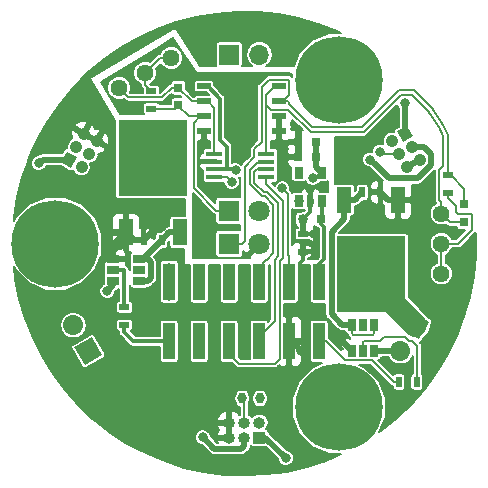
<source format=gbl>
G04 #@! TF.GenerationSoftware,KiCad,Pcbnew,(5.0.0)*
G04 #@! TF.CreationDate,2019-02-03T16:55:31-08:00*
G04 #@! TF.ProjectId,mlab100_Conn_PCB_1.5,6D6C61623130305F436F6E6E5F504342,rev?*
G04 #@! TF.SameCoordinates,Original*
G04 #@! TF.FileFunction,Copper,L2,Bot,Signal*
G04 #@! TF.FilePolarity,Positive*
%FSLAX46Y46*%
G04 Gerber Fmt 4.6, Leading zero omitted, Abs format (unit mm)*
G04 Created by KiCad (PCBNEW (5.0.0)) date 02/03/19 16:55:31*
%MOMM*%
%LPD*%
G01*
G04 APERTURE LIST*
G04 #@! TA.AperFunction,ComponentPad*
%ADD10C,1.000000*%
G04 #@! TD*
G04 #@! TA.AperFunction,Conductor*
%ADD11C,1.000000*%
G04 #@! TD*
G04 #@! TA.AperFunction,Conductor*
%ADD12C,0.100000*%
G04 #@! TD*
G04 #@! TA.AperFunction,SMDPad,CuDef*
%ADD13R,0.750000X0.800000*%
G04 #@! TD*
G04 #@! TA.AperFunction,ComponentPad*
%ADD14C,1.440000*%
G04 #@! TD*
G04 #@! TA.AperFunction,SMDPad,CuDef*
%ADD15R,1.400000X0.450000*%
G04 #@! TD*
G04 #@! TA.AperFunction,SMDPad,CuDef*
%ADD16R,0.800000X1.000000*%
G04 #@! TD*
G04 #@! TA.AperFunction,SMDPad,CuDef*
%ADD17R,0.600000X1.000000*%
G04 #@! TD*
G04 #@! TA.AperFunction,SMDPad,CuDef*
%ADD18R,1.143000X0.508000*%
G04 #@! TD*
G04 #@! TA.AperFunction,ComponentPad*
%ADD19C,1.800000*%
G04 #@! TD*
G04 #@! TA.AperFunction,ComponentPad*
%ADD20R,1.800000X1.800000*%
G04 #@! TD*
G04 #@! TA.AperFunction,SMDPad,CuDef*
%ADD21R,1.000000X3.150000*%
G04 #@! TD*
G04 #@! TA.AperFunction,ComponentPad*
%ADD22O,1.000000X1.000000*%
G04 #@! TD*
G04 #@! TA.AperFunction,ComponentPad*
%ADD23R,1.000000X1.000000*%
G04 #@! TD*
G04 #@! TA.AperFunction,ComponentPad*
%ADD24C,1.700000*%
G04 #@! TD*
G04 #@! TA.AperFunction,Conductor*
%ADD25C,1.700000*%
G04 #@! TD*
G04 #@! TA.AperFunction,ComponentPad*
%ADD26R,1.700000X1.700000*%
G04 #@! TD*
G04 #@! TA.AperFunction,ComponentPad*
%ADD27O,1.700000X1.700000*%
G04 #@! TD*
G04 #@! TA.AperFunction,SMDPad,CuDef*
%ADD28R,1.200000X2.200000*%
G04 #@! TD*
G04 #@! TA.AperFunction,SMDPad,CuDef*
%ADD29R,5.800000X6.400000*%
G04 #@! TD*
G04 #@! TA.AperFunction,SMDPad,CuDef*
%ADD30R,2.750000X3.050000*%
G04 #@! TD*
G04 #@! TA.AperFunction,SMDPad,CuDef*
%ADD31R,0.650000X1.060000*%
G04 #@! TD*
G04 #@! TA.AperFunction,SMDPad,CuDef*
%ADD32R,1.060000X0.650000*%
G04 #@! TD*
G04 #@! TA.AperFunction,ComponentPad*
%ADD33C,7.400000*%
G04 #@! TD*
G04 #@! TA.AperFunction,SMDPad,CuDef*
%ADD34R,0.900000X0.500000*%
G04 #@! TD*
G04 #@! TA.AperFunction,SMDPad,CuDef*
%ADD35R,0.500000X0.900000*%
G04 #@! TD*
G04 #@! TA.AperFunction,SMDPad,CuDef*
%ADD36R,0.800000X0.750000*%
G04 #@! TD*
G04 #@! TA.AperFunction,ViaPad*
%ADD37C,0.800000*%
G04 #@! TD*
G04 #@! TA.AperFunction,Conductor*
%ADD38C,0.350000*%
G04 #@! TD*
G04 #@! TA.AperFunction,Conductor*
%ADD39C,0.500000*%
G04 #@! TD*
G04 #@! TA.AperFunction,Conductor*
%ADD40C,2.000000*%
G04 #@! TD*
G04 #@! TA.AperFunction,Conductor*
%ADD41C,0.200000*%
G04 #@! TD*
G04 #@! TA.AperFunction,Conductor*
%ADD42C,0.150000*%
G04 #@! TD*
G04 APERTURE END LIST*
D10*
G04 #@! TO.P,J10,6*
G04 #@! TO.N,GND_O*
X33870148Y-14244705D03*
D11*
G04 #@! TD*
G04 #@! TO.N,GND_O*
G04 #@! TO.C,J10*
X33870148Y-14244705D02*
X33870148Y-14244705D01*
D10*
G04 #@! TO.P,J10,5*
G04 #@! TO.N,GND_O*
X34970000Y-13609705D03*
D11*
G04 #@! TD*
G04 #@! TO.N,GND_O*
G04 #@! TO.C,J10*
X34970000Y-13609705D02*
X34970000Y-13609705D01*
D10*
G04 #@! TO.P,J10,4*
G04 #@! TO.N,Temp1wDaisy*
X33235148Y-13144852D03*
D11*
G04 #@! TD*
G04 #@! TO.N,Temp1wDaisy*
G04 #@! TO.C,J10*
X33235148Y-13144852D02*
X33235148Y-13144852D01*
D10*
G04 #@! TO.P,J10,3*
G04 #@! TO.N,LED470nm*
X34335000Y-12509852D03*
D11*
G04 #@! TD*
G04 #@! TO.N,LED470nm*
G04 #@! TO.C,J10*
X34335000Y-12509852D02*
X34335000Y-12509852D01*
D10*
G04 #@! TO.P,J10,2*
G04 #@! TO.N,3V3_O*
X32600148Y-12045000D03*
D11*
G04 #@! TD*
G04 #@! TO.N,3V3_O*
G04 #@! TO.C,J10*
X32600148Y-12045000D02*
X32600148Y-12045000D01*
D10*
G04 #@! TO.P,J10,1*
G04 #@! TO.N,12V_O*
X33700000Y-11410000D03*
D12*
G04 #@! TD*
G04 #@! TO.N,12V_O*
G04 #@! TO.C,J10*
G36*
X33883013Y-10726987D02*
X34383013Y-11593013D01*
X33516987Y-12093013D01*
X33016987Y-11226987D01*
X33883013Y-10726987D01*
X33883013Y-10726987D01*
G37*
D13*
G04 #@! TO.P,C9,1*
G04 #@! TO.N,/AnalogConnPCB/sheet5C67EBE6/Aout*
X38720000Y-18910000D03*
G04 #@! TO.P,C9,2*
G04 #@! TO.N,/AnalogConnPCB/sheet5C67EBE6/A+*
X38720000Y-17410000D03*
G04 #@! TD*
D14*
G04 #@! TO.P,RV1,3*
G04 #@! TO.N,Net-(R10-Pad1)*
X36780000Y-23270000D03*
G04 #@! TO.P,RV1,2*
X36780000Y-20730000D03*
G04 #@! TO.P,RV1,1*
G04 #@! TO.N,/AnalogConnPCB/sheet5C67EBE6/Aout*
X36780000Y-18190000D03*
G04 #@! TD*
D15*
G04 #@! TO.P,IC4,1*
G04 #@! TO.N,/AnalogConnPCB/SPI_CS_ADC*
X17560000Y-15085000D03*
G04 #@! TO.P,IC4,2*
G04 #@! TO.N,+3.3VA*
X17560000Y-14435000D03*
G04 #@! TO.P,IC4,3*
G04 #@! TO.N,GNDA*
X17560000Y-13785000D03*
G04 #@! TO.P,IC4,4*
G04 #@! TO.N,/AnalogConnPCB/sheet5C67EBE6/Bout*
X17560000Y-13135000D03*
G04 #@! TO.P,IC4,5*
G04 #@! TO.N,/AnalogConnPCB/sheet5C67EBE6/Aout*
X21960000Y-13135000D03*
G04 #@! TO.P,IC4,6*
G04 #@! TO.N,/AnalogConnPCB/SPI_MOSI*
X21960000Y-13785000D03*
G04 #@! TO.P,IC4,7*
G04 #@! TO.N,/AnalogConnPCB/SPI_MISO*
X21960000Y-14435000D03*
G04 #@! TO.P,IC4,8*
G04 #@! TO.N,/AnalogConnPCB/SPI_SCL*
X21960000Y-15085000D03*
G04 #@! TD*
D16*
G04 #@! TO.P,IC3,1*
G04 #@! TO.N,/AnalogConnPCB/5V*
X26638000Y-17104000D03*
D17*
G04 #@! TO.P,IC3,2*
G04 #@! TO.N,GNDA*
X25688000Y-17104000D03*
D16*
G04 #@! TO.P,IC3,3*
G04 #@! TO.N,/AnalogConnPCB/3V3ACtrl*
X24738000Y-17104000D03*
G04 #@! TO.P,IC3,4*
G04 #@! TO.N,N/C*
X24738000Y-14704000D03*
G04 #@! TO.P,IC3,5*
G04 #@! TO.N,+3.3VA*
X26638000Y-14704000D03*
G04 #@! TD*
D18*
G04 #@! TO.P,U3,1*
G04 #@! TO.N,/AnalogConnPCB/sheet5C67EBE6/Aout*
X23021000Y-7395000D03*
G04 #@! TO.P,U3,2*
G04 #@! TO.N,/AnalogConnPCB/sheet5C67EBE6/A+*
X23021000Y-8665000D03*
G04 #@! TO.P,U3,3*
G04 #@! TO.N,GNDA*
X23021000Y-9935000D03*
G04 #@! TO.P,U3,4*
X23021000Y-11205000D03*
G04 #@! TO.P,U3,5*
X16671000Y-11205000D03*
G04 #@! TO.P,U3,6*
G04 #@! TO.N,/AnalogConnPCB/sheet5C67EBE6/B+*
X16671000Y-9935000D03*
G04 #@! TO.P,U3,7*
G04 #@! TO.N,/AnalogConnPCB/sheet5C67EBE6/Bout*
X16671000Y-8665000D03*
G04 #@! TO.P,U3,8*
G04 #@! TO.N,+3.3VA*
X16671000Y-7395000D03*
G04 #@! TD*
D14*
G04 #@! TO.P,RV2,1*
G04 #@! TO.N,/AnalogConnPCB/sheet5C67EBE6/Bout*
X9510000Y-7560000D03*
G04 #@! TO.P,RV2,2*
G04 #@! TO.N,Net-(R11-Pad1)*
X11709705Y-6290000D03*
G04 #@! TO.P,RV2,3*
X13909409Y-5020000D03*
G04 #@! TD*
D19*
G04 #@! TO.P,D13,2*
G04 #@! TO.N,GNDA*
X21370000Y-20730000D03*
D20*
G04 #@! TO.P,D13,1*
G04 #@! TO.N,/AnalogConnPCB/sheet5C67EBE6/A+*
X18830000Y-20730000D03*
G04 #@! TD*
D19*
G04 #@! TO.P,D14,2*
G04 #@! TO.N,GNDA*
X21370000Y-17936000D03*
D20*
G04 #@! TO.P,D14,1*
G04 #@! TO.N,/AnalogConnPCB/sheet5C67EBE6/B+*
X18830000Y-17936000D03*
G04 #@! TD*
D21*
G04 #@! TO.P,J3,12*
G04 #@! TO.N,/AnalogConnPCB/HeaterCtrl*
X26450000Y-29005000D03*
G04 #@! TO.P,J3,11*
G04 #@! TO.N,/AnalogConnPCB/5V*
X26450000Y-23955000D03*
G04 #@! TO.P,J3,10*
G04 #@! TO.N,GND_O*
X23910000Y-29005000D03*
G04 #@! TO.P,J3,9*
G04 #@! TO.N,/AnalogConnPCB/SPI_CS_ADC*
X23910000Y-23955000D03*
G04 #@! TO.P,J3,8*
G04 #@! TO.N,/AnalogConnPCB/SPI_MISO*
X21370000Y-29005000D03*
G04 #@! TO.P,J3,7*
G04 #@! TO.N,/AnalogConnPCB/SPI_MOSI*
X21370000Y-23955000D03*
G04 #@! TO.P,J3,6*
G04 #@! TO.N,/AnalogConnPCB/SPI_SCL*
X18830000Y-29005000D03*
G04 #@! TO.P,J3,5*
G04 #@! TO.N,/AnalogConnPCB/3V3ACtrl*
X18830000Y-23955000D03*
G04 #@! TO.P,J3,4*
G04 #@! TO.N,Temp1wDaisy*
X16290000Y-29005000D03*
G04 #@! TO.P,J3,3*
G04 #@! TO.N,3V3_O*
X16290000Y-23955000D03*
G04 #@! TO.P,J3,2*
G04 #@! TO.N,/AnalogConnPCB/470nmCtrl*
X13750000Y-29005000D03*
G04 #@! TO.P,J3,1*
G04 #@! TO.N,12V_O*
X13750000Y-23955000D03*
G04 #@! TD*
D22*
G04 #@! TO.P,J8,6*
G04 #@! TO.N,GND_O*
X18830000Y-35890000D03*
G04 #@! TO.P,J8,5*
X18830000Y-37160000D03*
G04 #@! TO.P,J8,4*
G04 #@! TO.N,Temp1wDaisy*
X20100000Y-35890000D03*
G04 #@! TO.P,J8,3*
G04 #@! TO.N,LED470nm*
X20100000Y-37160000D03*
G04 #@! TO.P,J8,2*
G04 #@! TO.N,3V3_O*
X21370000Y-35890000D03*
D23*
G04 #@! TO.P,J8,1*
G04 #@! TO.N,12V_O*
X21370000Y-37160000D03*
G04 #@! TD*
D10*
G04 #@! TO.P,J9,1*
G04 #@! TO.N,12V_O*
X5230000Y-13610000D03*
D12*
G04 #@! TD*
G04 #@! TO.N,12V_O*
G04 #@! TO.C,J9*
G36*
X4546987Y-13793013D02*
X5046987Y-12926987D01*
X5913013Y-13426987D01*
X5413013Y-14293013D01*
X4546987Y-13793013D01*
X4546987Y-13793013D01*
G37*
D10*
G04 #@! TO.P,J9,2*
G04 #@! TO.N,3V3_O*
X6329852Y-14245000D03*
D11*
G04 #@! TD*
G04 #@! TO.N,3V3_O*
G04 #@! TO.C,J9*
X6329852Y-14245000D02*
X6329852Y-14245000D01*
D10*
G04 #@! TO.P,J9,3*
G04 #@! TO.N,LED470nm*
X5865000Y-12510148D03*
D11*
G04 #@! TD*
G04 #@! TO.N,LED470nm*
G04 #@! TO.C,J9*
X5865000Y-12510148D02*
X5865000Y-12510148D01*
D10*
G04 #@! TO.P,J9,4*
G04 #@! TO.N,Temp1wDaisy*
X6964852Y-13145148D03*
D11*
G04 #@! TD*
G04 #@! TO.N,Temp1wDaisy*
G04 #@! TO.C,J9*
X6964852Y-13145148D02*
X6964852Y-13145148D01*
D10*
G04 #@! TO.P,J9,5*
G04 #@! TO.N,GND_O*
X6500000Y-11410295D03*
D11*
G04 #@! TD*
G04 #@! TO.N,GND_O*
G04 #@! TO.C,J9*
X6500000Y-11410295D02*
X6500000Y-11410295D01*
D10*
G04 #@! TO.P,J9,6*
G04 #@! TO.N,GND_O*
X7599852Y-12045295D03*
D11*
G04 #@! TD*
G04 #@! TO.N,GND_O*
G04 #@! TO.C,J9*
X7599852Y-12045295D02*
X7599852Y-12045295D01*
D24*
G04 #@! TO.P,J11,2*
G04 #@! TO.N,12V_O*
X5610000Y-27630295D03*
D25*
G04 #@! TD*
G04 #@! TO.N,12V_O*
G04 #@! TO.C,J11*
X5610000Y-27630295D02*
X5610000Y-27630295D01*
D24*
G04 #@! TO.P,J11,1*
G04 #@! TO.N,Heater-*
X6880000Y-29830000D03*
D12*
G04 #@! TD*
G04 #@! TO.N,Heater-*
G04 #@! TO.C,J11*
G36*
X7191122Y-28668878D02*
X8041122Y-30141122D01*
X6568878Y-30991122D01*
X5718878Y-29518878D01*
X7191122Y-28668878D01*
X7191122Y-28668878D01*
G37*
D24*
G04 #@! TO.P,J12,2*
G04 #@! TO.N,12V_O*
X33320000Y-29829705D03*
D25*
G04 #@! TD*
G04 #@! TO.N,12V_O*
G04 #@! TO.C,J12*
X33320000Y-29829705D02*
X33320000Y-29829705D01*
D24*
G04 #@! TO.P,J12,1*
G04 #@! TO.N,Heater-*
X34590000Y-27630000D03*
D12*
G04 #@! TD*
G04 #@! TO.N,Heater-*
G04 #@! TO.C,J12*
G36*
X33428878Y-27941122D02*
X34278878Y-26468878D01*
X35751122Y-27318878D01*
X34901122Y-28791122D01*
X33428878Y-27941122D01*
X33428878Y-27941122D01*
G37*
D26*
G04 #@! TO.P,J13,1*
G04 #@! TO.N,Heater-*
X18830000Y-4730000D03*
D27*
G04 #@! TO.P,J13,2*
G04 #@! TO.N,12V_O*
X21370000Y-4730000D03*
G04 #@! TD*
D28*
G04 #@! TO.P,Q1,1*
G04 #@! TO.N,Net-(IC1-Pad4)*
X28570000Y-17030000D03*
G04 #@! TO.P,Q1,3*
G04 #@! TO.N,GND_O*
X33130000Y-17030000D03*
D29*
G04 #@! TO.P,Q1,2*
G04 #@! TO.N,Heater-*
X30850000Y-23330000D03*
D30*
X32375000Y-25005000D03*
X29325000Y-21655000D03*
X29325000Y-25005000D03*
X32375000Y-21655000D03*
G04 #@! TD*
G04 #@! TO.P,Q3,2*
G04 #@! TO.N,LED470nm*
X10825000Y-15155000D03*
X13875000Y-11805000D03*
X13875000Y-15155000D03*
X10825000Y-11805000D03*
D29*
X12350000Y-13480000D03*
D28*
G04 #@! TO.P,Q3,3*
G04 #@! TO.N,GND_O*
X10070000Y-19780000D03*
G04 #@! TO.P,Q3,1*
G04 #@! TO.N,Net-(IC2-Pad4)*
X14630000Y-19780000D03*
G04 #@! TD*
D31*
G04 #@! TO.P,IC1,1*
G04 #@! TO.N,12V_O*
X31110000Y-29790000D03*
G04 #@! TO.P,IC1,2*
G04 #@! TO.N,Net-(IC1-Pad2)*
X30160000Y-29790000D03*
G04 #@! TO.P,IC1,3*
G04 #@! TO.N,GND_O*
X29210000Y-29790000D03*
G04 #@! TO.P,IC1,4*
G04 #@! TO.N,Net-(IC1-Pad4)*
X29210000Y-27590000D03*
G04 #@! TO.P,IC1,6*
X31110000Y-27590000D03*
G04 #@! TO.P,IC1,5*
G04 #@! TO.N,N/C*
X30160000Y-27590000D03*
G04 #@! TD*
D32*
G04 #@! TO.P,IC2,5*
G04 #@! TO.N,N/C*
X11200000Y-22980000D03*
G04 #@! TO.P,IC2,6*
G04 #@! TO.N,Net-(IC2-Pad4)*
X11200000Y-23930000D03*
G04 #@! TO.P,IC2,4*
X11200000Y-22030000D03*
G04 #@! TO.P,IC2,3*
G04 #@! TO.N,GND_O*
X9000000Y-22030000D03*
G04 #@! TO.P,IC2,2*
G04 #@! TO.N,Net-(IC2-Pad2)*
X9000000Y-22980000D03*
G04 #@! TO.P,IC2,1*
G04 #@! TO.N,12V_O*
X9000000Y-23930000D03*
G04 #@! TD*
D33*
G04 #@! TO.P,MH8,1*
G04 #@! TO.N,N/C*
X28100000Y-34590000D03*
G04 #@! TD*
G04 #@! TO.P,MH9,1*
G04 #@! TO.N,N/C*
X4100000Y-20730000D03*
G04 #@! TD*
G04 #@! TO.P,MH10,1*
G04 #@! TO.N,N/C*
X28100000Y-6870000D03*
G04 #@! TD*
D34*
G04 #@! TO.P,R10,2*
G04 #@! TO.N,/AnalogConnPCB/sheet5C67EBE6/A+*
X37370000Y-14910000D03*
G04 #@! TO.P,R10,1*
G04 #@! TO.N,Net-(R10-Pad1)*
X37370000Y-16410000D03*
G04 #@! TD*
G04 #@! TO.P,R11,1*
G04 #@! TO.N,Net-(R11-Pad1)*
X12226000Y-7788000D03*
G04 #@! TO.P,R11,2*
G04 #@! TO.N,/AnalogConnPCB/sheet5C67EBE6/B+*
X12226000Y-9288000D03*
G04 #@! TD*
D35*
G04 #@! TO.P,R12,2*
G04 #@! TO.N,Net-(IC1-Pad2)*
X34700000Y-32450000D03*
G04 #@! TO.P,R12,1*
G04 #@! TO.N,/AnalogConnPCB/HeaterCtrl*
X33200000Y-32450000D03*
G04 #@! TD*
D34*
G04 #@! TO.P,R13,2*
G04 #@! TO.N,Net-(IC2-Pad2)*
X9940000Y-26130000D03*
G04 #@! TO.P,R13,1*
G04 #@! TO.N,/AnalogConnPCB/470nmCtrl*
X9940000Y-27630000D03*
G04 #@! TD*
D35*
G04 #@! TO.P,R14,2*
G04 #@! TO.N,3V3_O*
X21440000Y-33810000D03*
G04 #@! TO.P,R14,1*
G04 #@! TO.N,Temp1wDaisy*
X19940000Y-33810000D03*
G04 #@! TD*
G04 #@! TO.P,R15,1*
G04 #@! TO.N,Net-(IC1-Pad4)*
X30100000Y-16380000D03*
G04 #@! TO.P,R15,2*
G04 #@! TO.N,GND_O*
X31600000Y-16380000D03*
G04 #@! TD*
G04 #@! TO.P,R16,1*
G04 #@! TO.N,Net-(IC2-Pad4)*
X13100000Y-20430000D03*
G04 #@! TO.P,R16,2*
G04 #@! TO.N,GND_O*
X11600000Y-20430000D03*
G04 #@! TD*
D13*
G04 #@! TO.P,C10,2*
G04 #@! TO.N,/AnalogConnPCB/sheet5C67EBE6/B+*
X14512000Y-9022000D03*
G04 #@! TO.P,C10,1*
G04 #@! TO.N,/AnalogConnPCB/sheet5C67EBE6/Bout*
X14512000Y-7522000D03*
G04 #@! TD*
D36*
G04 #@! TO.P,C1,1*
G04 #@! TO.N,/AnalogConnPCB/5V*
X26600000Y-18670000D03*
G04 #@! TO.P,C1,2*
G04 #@! TO.N,GNDA*
X25100000Y-18670000D03*
G04 #@! TD*
G04 #@! TO.P,C2,1*
G04 #@! TO.N,+3.3VA*
X26184000Y-13364000D03*
G04 #@! TO.P,C2,2*
G04 #@! TO.N,GNDA*
X24684000Y-13364000D03*
G04 #@! TD*
G04 #@! TO.P,C5,2*
G04 #@! TO.N,GNDA*
X24684000Y-12094000D03*
G04 #@! TO.P,C5,1*
G04 #@! TO.N,+3.3VA*
X26184000Y-12094000D03*
G04 #@! TD*
D34*
G04 #@! TO.P,JP1,2*
G04 #@! TO.N,GNDA*
X25080000Y-19910000D03*
G04 #@! TO.P,JP1,1*
G04 #@! TO.N,GND_O*
X25080000Y-21410000D03*
G04 #@! TD*
D37*
G04 #@! TO.N,GNDA*
X15300000Y-6230000D03*
X10700000Y-9230000D03*
X17920000Y-16210000D03*
X26040000Y-19900000D03*
X16610000Y-18250000D03*
X16840000Y-21180000D03*
X19950000Y-11360000D03*
X16690000Y-12290000D03*
X25100000Y-18670000D03*
X19610000Y-9810000D03*
X19730815Y-8132912D03*
X23310000Y-12920000D03*
X25626073Y-16131762D03*
G04 #@! TO.N,+3.3VA*
X19360000Y-14530000D03*
X25900000Y-15170000D03*
G04 #@! TO.N,12V_O*
X13700000Y-25130000D03*
X13700000Y-22830000D03*
X13750000Y-23955000D03*
X8500001Y-24740294D03*
X33690000Y-8820000D03*
X2699999Y-13925955D03*
X23610000Y-38877072D03*
G04 #@! TO.N,GND_O*
X14410000Y-34200000D03*
X12490000Y-26660000D03*
X21270000Y-26480000D03*
X25080000Y-21410000D03*
X14200000Y-17600000D03*
X8480000Y-14350000D03*
X30750000Y-18070000D03*
X32230000Y-19270000D03*
X29550000Y-19310000D03*
X28400000Y-14690000D03*
X17130000Y-26680000D03*
X18580000Y-32990000D03*
X8190000Y-27500000D03*
X6630000Y-24680000D03*
X3570000Y-29560000D03*
X2370000Y-25870000D03*
X13180000Y-19070000D03*
X11710000Y-17550000D03*
X35880000Y-29140000D03*
X35760000Y-19420000D03*
X34770000Y-16070000D03*
X35880000Y-15330000D03*
X28200000Y-28850000D03*
X24940000Y-29840000D03*
X10307544Y-33089836D03*
G04 #@! TO.N,/AnalogConnPCB/3V3ACtrl*
X18830000Y-23955000D03*
X24738000Y-17104000D03*
G04 #@! TO.N,Temp1wDaisy*
X19940000Y-33810000D03*
X31585137Y-12940000D03*
X16290000Y-29005000D03*
G04 #@! TO.N,3V3_O*
X16290000Y-23955000D03*
X21440000Y-33810000D03*
G04 #@! TO.N,LED470nm*
X10825000Y-11805000D03*
X16580000Y-37120000D03*
X30732995Y-13603334D03*
G04 #@! TO.N,/AnalogConnPCB/SPI_CS_ADC*
X23330000Y-16040000D03*
X19039024Y-15505054D03*
G04 #@! TD*
D38*
G04 #@! TO.N,GNDA*
X25688000Y-18082000D02*
X25688000Y-17104000D01*
X25100000Y-19890000D02*
X25080000Y-19910000D01*
X25100000Y-18670000D02*
X25100000Y-19890000D01*
X25100000Y-18670000D02*
X25688000Y-18082000D01*
X25688000Y-17104000D02*
X25688000Y-16193689D01*
X25688000Y-16193689D02*
X25626073Y-16131762D01*
D39*
G04 #@! TO.N,+3.3VA*
X26184000Y-12094000D02*
X26184000Y-13364000D01*
X26184000Y-14250000D02*
X26638000Y-14704000D01*
X26184000Y-13364000D02*
X26184000Y-14250000D01*
D38*
X18635001Y-14409999D02*
X18635001Y-12505001D01*
X17560000Y-14435000D02*
X18610000Y-14435000D01*
X18610000Y-14435000D02*
X18635001Y-14409999D01*
X18635001Y-12505001D02*
X18050000Y-11920000D01*
X16988500Y-7395000D02*
X16671000Y-7395000D01*
X18050000Y-8456500D02*
X16988500Y-7395000D01*
X18050000Y-11920000D02*
X18050000Y-8456500D01*
X18635001Y-14409999D02*
X19239999Y-14409999D01*
X19239999Y-14409999D02*
X19360000Y-14530000D01*
X26172000Y-15170000D02*
X26638000Y-14704000D01*
X25900000Y-15170000D02*
X26172000Y-15170000D01*
D40*
G04 #@! TO.N,Heater-*
X30850000Y-23890000D02*
X34590000Y-27630000D01*
X30850000Y-23330000D02*
X30850000Y-23890000D01*
D41*
G04 #@! TO.N,Net-(R10-Pad1)*
X36780000Y-23270000D02*
X36780000Y-20730000D01*
X39395001Y-18269999D02*
X39315002Y-18190000D01*
X39395001Y-19550001D02*
X39395001Y-18269999D01*
X36780000Y-20730000D02*
X38215002Y-20730000D01*
X38215002Y-20730000D02*
X39395001Y-19550001D01*
X37370000Y-16860000D02*
X37370000Y-16410000D01*
X38044999Y-17534999D02*
X37370000Y-16860000D01*
X38044999Y-18050001D02*
X38044999Y-17534999D01*
X38184998Y-18190000D02*
X38044999Y-18050001D01*
X39315002Y-18190000D02*
X38184998Y-18190000D01*
G04 #@! TO.N,Net-(R11-Pad1)*
X11709705Y-7271705D02*
X12226000Y-7788000D01*
X11709705Y-6290000D02*
X11709705Y-7271705D01*
X12979705Y-5020000D02*
X13909409Y-5020000D01*
X11709705Y-6290000D02*
X12979705Y-5020000D01*
D38*
G04 #@! TO.N,/AnalogConnPCB/5V*
X26638000Y-18632000D02*
X26600000Y-18670000D01*
X26638000Y-17104000D02*
X26638000Y-18632000D01*
X26450000Y-23955000D02*
X26450000Y-22480000D01*
X26450000Y-22480000D02*
X26864990Y-22065010D01*
X26600000Y-18670000D02*
X26600000Y-19040000D01*
X26864990Y-19304990D02*
X26864990Y-19840000D01*
X26600000Y-19040000D02*
X26864990Y-19304990D01*
X26864990Y-22065010D02*
X26864990Y-19840000D01*
X26864990Y-19840000D02*
X26864990Y-19554990D01*
D41*
G04 #@! TO.N,/AnalogConnPCB/sheet5C67EBE6/Aout*
X22703500Y-7395000D02*
X23021000Y-7395000D01*
X21960000Y-8138500D02*
X22703500Y-7395000D01*
X21960000Y-13135000D02*
X21960000Y-8600000D01*
X21960000Y-8600000D02*
X21960000Y-8138500D01*
X38145000Y-18910000D02*
X38720000Y-18910000D01*
X37499999Y-18909999D02*
X38145000Y-18910000D01*
X36780000Y-18190000D02*
X37499999Y-18909999D01*
X36960000Y-14160000D02*
X36619999Y-14500001D01*
X36619999Y-14500001D02*
X36619999Y-17011766D01*
X36960000Y-11586120D02*
X36960000Y-14160000D01*
X36619999Y-17011766D02*
X36780000Y-17171767D01*
X35666343Y-9496343D02*
X36581511Y-10882764D01*
X36581511Y-10882764D02*
X36960000Y-11586120D01*
X34289998Y-8119998D02*
X35666343Y-9496343D01*
X21960000Y-8600000D02*
X21960000Y-8969502D01*
X33360002Y-8119998D02*
X34289998Y-8119998D01*
X21960000Y-8969502D02*
X22371497Y-9380999D01*
X36780000Y-17171767D02*
X36780000Y-18190000D01*
X22371497Y-9380999D02*
X23810999Y-9380999D01*
X23810999Y-9380999D02*
X25710000Y-11280000D01*
X25710000Y-11280000D02*
X30200000Y-11280000D01*
X30200000Y-11280000D02*
X33360002Y-8119998D01*
G04 #@! TO.N,/AnalogConnPCB/sheet5C67EBE6/A+*
X19930000Y-20730000D02*
X20150000Y-20510000D01*
X18830000Y-20730000D02*
X19930000Y-20730000D01*
X20150000Y-20510000D02*
X20150000Y-14230000D01*
X20150000Y-14230000D02*
X20950000Y-13430000D01*
X20950000Y-13430000D02*
X20950000Y-12750000D01*
X20950000Y-12750000D02*
X21559990Y-12140010D01*
X21559990Y-7490508D02*
X22220498Y-6830000D01*
X21559990Y-12140010D02*
X21559990Y-7490508D01*
X23338500Y-8665000D02*
X23021000Y-8665000D01*
X23892501Y-8110999D02*
X23338500Y-8665000D01*
X23892501Y-6900999D02*
X23892501Y-8110999D01*
X23821502Y-6830000D02*
X23892501Y-6900999D01*
X22220498Y-6830000D02*
X23821502Y-6830000D01*
X23021000Y-8665000D02*
X23792500Y-8665000D01*
X23792500Y-8665000D02*
X23910000Y-8782500D01*
X23910000Y-8782500D02*
X23910000Y-8910000D01*
X23910000Y-8910000D02*
X25870001Y-10870001D01*
X30039999Y-10870001D02*
X33200000Y-7710000D01*
X25870001Y-10870001D02*
X30039999Y-10870001D01*
X37370000Y-11559725D02*
X37370000Y-14460000D01*
X37370000Y-14460000D02*
X37370000Y-14910000D01*
X37380762Y-11523886D02*
X37370000Y-11559725D01*
X36925246Y-10677393D02*
X37380762Y-11523886D01*
X35956394Y-9209645D02*
X36925246Y-10677393D01*
X33200000Y-7710000D02*
X34456749Y-7710000D01*
X34456749Y-7710000D02*
X35956394Y-9209645D01*
X38720000Y-17450000D02*
X38720000Y-17410000D01*
X38720000Y-16060000D02*
X38720000Y-17450000D01*
X37370000Y-14910000D02*
X37570000Y-14910000D01*
X37570000Y-14910000D02*
X38720000Y-16060000D01*
G04 #@! TO.N,/AnalogConnPCB/sheet5C67EBE6/B+*
X14246000Y-9288000D02*
X14512000Y-9022000D01*
X12226000Y-9288000D02*
X14246000Y-9288000D01*
X14512000Y-9047000D02*
X14512000Y-9022000D01*
X15400000Y-9935000D02*
X14512000Y-9047000D01*
X16671000Y-9935000D02*
X15400000Y-9935000D01*
X16353500Y-9935000D02*
X16671000Y-9935000D01*
X15799499Y-10489001D02*
X16353500Y-9935000D01*
X15799499Y-16005499D02*
X15799499Y-10489001D01*
X17730000Y-17936000D02*
X15799499Y-16005499D01*
X18830000Y-17936000D02*
X17730000Y-17936000D01*
G04 #@! TO.N,/AnalogConnPCB/sheet5C67EBE6/Bout*
X14512000Y-7547000D02*
X14512000Y-7522000D01*
X15630000Y-8665000D02*
X14512000Y-7547000D01*
X16671000Y-8665000D02*
X15630000Y-8665000D01*
X16988500Y-8665000D02*
X16671000Y-8665000D01*
X17560000Y-9236500D02*
X16988500Y-8665000D01*
X17560000Y-13135000D02*
X17560000Y-9236500D01*
X13937000Y-7522000D02*
X14512000Y-7522000D01*
X13120999Y-8338001D02*
X13937000Y-7522000D01*
X10288001Y-8338001D02*
X13120999Y-8338001D01*
X9510000Y-7560000D02*
X10288001Y-8338001D01*
D39*
G04 #@! TO.N,12V_O*
X9000000Y-23930000D02*
X9000000Y-24240295D01*
X9000000Y-24240295D02*
X8500001Y-24740294D01*
X33700000Y-8830000D02*
X33690000Y-8820000D01*
X33700000Y-11410000D02*
X33700000Y-8830000D01*
X5230000Y-13610000D02*
X3015954Y-13610000D01*
X3015954Y-13610000D02*
X2699999Y-13925955D01*
X21370000Y-37160000D02*
X21892928Y-37160000D01*
X21892928Y-37160000D02*
X23610000Y-38877072D01*
X33280295Y-29790000D02*
X33320000Y-29829705D01*
X31110000Y-29790000D02*
X33280295Y-29790000D01*
G04 #@! TO.N,GND_O*
X32250000Y-17030000D02*
X31600000Y-16380000D01*
X33130000Y-17030000D02*
X32250000Y-17030000D01*
D38*
X23910000Y-27080000D02*
X24640000Y-26350000D01*
X23910000Y-29005000D02*
X23910000Y-27080000D01*
X24820000Y-26170000D02*
X24820000Y-22390000D01*
X25080000Y-22130000D02*
X25080000Y-21410000D01*
X24820000Y-22390000D02*
X25080000Y-22130000D01*
X24640000Y-26350000D02*
X24820000Y-26170000D01*
D39*
X9000000Y-20850000D02*
X10070000Y-19780000D01*
X9000000Y-22030000D02*
X9000000Y-20850000D01*
X9000000Y-21205000D02*
X8540000Y-20745000D01*
X10720000Y-20430000D02*
X10070000Y-19780000D01*
X11600000Y-20430000D02*
X10720000Y-20430000D01*
X7349999Y-24000001D02*
X6950000Y-24400000D01*
X8019999Y-23330001D02*
X7349999Y-24000001D01*
X8019999Y-22294999D02*
X8019999Y-23330001D01*
X11600000Y-20430000D02*
X9884998Y-20430000D01*
X8540000Y-21774998D02*
X8464998Y-21850000D01*
X8540000Y-20745000D02*
X8540000Y-21774998D01*
X9884998Y-20430000D02*
X8464998Y-21850000D01*
X8464998Y-21850000D02*
X8019999Y-22294999D01*
X8019999Y-22294999D02*
X8019999Y-22100001D01*
X8019999Y-22100001D02*
X8240000Y-21880000D01*
X8240000Y-21880000D02*
X8240000Y-21250000D01*
X9000000Y-21205000D02*
X9000000Y-22030000D01*
X9185000Y-21020000D02*
X9000000Y-21205000D01*
X9700000Y-21020000D02*
X9185000Y-21020000D01*
X12960000Y-19070000D02*
X13180000Y-19070000D01*
X11600000Y-20430000D02*
X12960000Y-19070000D01*
X28270000Y-28850000D02*
X29210000Y-29790000D01*
X28200000Y-28850000D02*
X28270000Y-28850000D01*
X24105000Y-29005000D02*
X24940000Y-29840000D01*
X23910000Y-29005000D02*
X24105000Y-29005000D01*
D41*
G04 #@! TO.N,Net-(IC1-Pad2)*
X31550001Y-28959999D02*
X30260001Y-28959999D01*
X30260001Y-28959999D02*
X30160000Y-29060000D01*
X33741510Y-28620000D02*
X31890000Y-28620000D01*
X31890000Y-28620000D02*
X31550001Y-28959999D01*
X34700000Y-32450000D02*
X34700000Y-31800000D01*
X34700000Y-31800000D02*
X34760000Y-31740000D01*
X34760000Y-31740000D02*
X34760000Y-29400000D01*
X34760000Y-29400000D02*
X34290008Y-28930008D01*
X30160000Y-29060000D02*
X30160000Y-29790000D01*
X34290008Y-28930008D02*
X34051518Y-28930008D01*
X34051518Y-28930008D02*
X33741510Y-28620000D01*
D38*
G04 #@! TO.N,Net-(IC2-Pad2)*
X9940000Y-25530000D02*
X9940000Y-26130000D01*
X9940000Y-23040000D02*
X9940000Y-25530000D01*
X9880000Y-22980000D02*
X9940000Y-23040000D01*
X9000000Y-22980000D02*
X9880000Y-22980000D01*
D41*
G04 #@! TO.N,/AnalogConnPCB/SPI_MOSI*
X20559988Y-15715690D02*
X20559988Y-14454310D01*
X21884311Y-16730011D02*
X21574309Y-16730011D01*
X21370000Y-22750000D02*
X21970000Y-22150000D01*
X21370000Y-23955000D02*
X21370000Y-22750000D01*
X20559988Y-14454310D02*
X21229298Y-13785000D01*
X21970000Y-22150000D02*
X21980000Y-22150000D01*
X21980000Y-22150000D02*
X22570001Y-21559999D01*
X21229298Y-13785000D02*
X21960000Y-13785000D01*
X22570001Y-21559999D02*
X22570001Y-17415701D01*
X21574309Y-16730011D02*
X20559988Y-15715690D01*
X22570001Y-17415701D02*
X21884311Y-16730011D01*
G04 #@! TO.N,/AnalogConnPCB/SPI_MISO*
X21370000Y-28620000D02*
X21970000Y-28020000D01*
X21370000Y-29005000D02*
X21370000Y-28620000D01*
X21970000Y-28020000D02*
X21880000Y-28110000D01*
X21960000Y-14435000D02*
X21144998Y-14435000D01*
X22049999Y-16330000D02*
X22970011Y-17250012D01*
X20959999Y-14619999D02*
X20959999Y-15550001D01*
X22690000Y-27300000D02*
X21970000Y-28020000D01*
X22690000Y-22070000D02*
X22690000Y-27300000D01*
X22970012Y-21789988D02*
X22690000Y-22070000D01*
X21739998Y-16330000D02*
X22049999Y-16330000D01*
X20959999Y-15550001D02*
X21739998Y-16330000D01*
X21144998Y-14435000D02*
X20959999Y-14619999D01*
X22970011Y-17250012D02*
X22970012Y-21789988D01*
G04 #@! TO.N,/AnalogConnPCB/SPI_SCL*
X23370023Y-17084324D02*
X23370023Y-21955677D01*
X21960000Y-15674301D02*
X23370023Y-17084324D01*
X23370023Y-21955677D02*
X23100000Y-22225700D01*
X23100000Y-30460000D02*
X22679999Y-30880001D01*
X22679999Y-30880001D02*
X19630001Y-30880001D01*
X18830000Y-30080000D02*
X18830000Y-29005000D01*
X19630001Y-30880001D02*
X18830000Y-30080000D01*
X21960000Y-15085000D02*
X21960000Y-15674301D01*
X23100000Y-22225700D02*
X23100000Y-30460000D01*
G04 #@! TO.N,Temp1wDaisy*
X20100000Y-33970000D02*
X19940000Y-33810000D01*
X20100000Y-35890000D02*
X20100000Y-33970000D01*
X31789989Y-13144852D02*
X31585137Y-12940000D01*
X33235148Y-13144852D02*
X31789989Y-13144852D01*
D38*
G04 #@! TO.N,/AnalogConnPCB/470nmCtrl*
X9940000Y-28230000D02*
X9940000Y-27630000D01*
X10715000Y-29005000D02*
X9940000Y-28230000D01*
X13750000Y-29005000D02*
X10715000Y-29005000D01*
D41*
G04 #@! TO.N,/AnalogConnPCB/HeaterCtrl*
X27029998Y-29005000D02*
X26450000Y-29005000D01*
X28644999Y-30620001D02*
X27029998Y-29005000D01*
X30920001Y-30620001D02*
X28644999Y-30620001D01*
X32750000Y-32450000D02*
X30920001Y-30620001D01*
X33200000Y-32450000D02*
X32750000Y-32450000D01*
D39*
G04 #@! TO.N,LED470nm*
X12350000Y-13480000D02*
X12350000Y-13330000D01*
X12350000Y-13330000D02*
X10825000Y-11805000D01*
X17570001Y-38110001D02*
X16580000Y-37120000D01*
X19857105Y-38110001D02*
X17570001Y-38110001D01*
X20100000Y-37160000D02*
X20100000Y-37867106D01*
X20100000Y-37867106D02*
X19857105Y-38110001D01*
X34791001Y-15194706D02*
X32324367Y-15194706D01*
X35276149Y-12509852D02*
X35920001Y-13153704D01*
X32324367Y-15194706D02*
X31132994Y-14003333D01*
X35920001Y-13153704D02*
X35920001Y-14065706D01*
X34335000Y-12509852D02*
X35276149Y-12509852D01*
X31132994Y-14003333D02*
X30732995Y-13603334D01*
X35920001Y-14065706D02*
X34791001Y-15194706D01*
G04 #@! TO.N,Net-(IC1-Pad4)*
X29450000Y-17030000D02*
X30100000Y-16380000D01*
X28570000Y-17030000D02*
X29450000Y-17030000D01*
D41*
X31110000Y-28320000D02*
X31110000Y-27590000D01*
X31009999Y-28420001D02*
X31110000Y-28320000D01*
X29310001Y-28420001D02*
X31009999Y-28420001D01*
X29210000Y-28320000D02*
X29310001Y-28420001D01*
X29210000Y-27590000D02*
X29210000Y-28320000D01*
D39*
X27490000Y-26706812D02*
X27490000Y-19710000D01*
X28570000Y-18630000D02*
X28570000Y-17030000D01*
X28373188Y-27590000D02*
X27490000Y-26706812D01*
X29210000Y-27590000D02*
X28373188Y-27590000D01*
X27490000Y-19710000D02*
X28570000Y-18630000D01*
G04 #@! TO.N,Net-(IC2-Pad4)*
X11915002Y-22030000D02*
X11200000Y-22030000D01*
X12180001Y-22294999D02*
X11915002Y-22030000D01*
X12180001Y-23665001D02*
X12180001Y-22294999D01*
X11915002Y-23930000D02*
X12180001Y-23665001D01*
X11200000Y-23930000D02*
X11915002Y-23930000D01*
X13750000Y-19780000D02*
X13100000Y-20430000D01*
X14630000Y-19780000D02*
X13750000Y-19780000D01*
X11500000Y-22030000D02*
X11200000Y-22030000D01*
X13100000Y-20430000D02*
X11500000Y-22030000D01*
D41*
G04 #@! TO.N,/AnalogConnPCB/SPI_CS_ADC*
X23330000Y-16040000D02*
X23780000Y-16490000D01*
X23780000Y-16490000D02*
X23780000Y-21670000D01*
X23910000Y-21800000D02*
X23910000Y-23955000D01*
X23780000Y-21670000D02*
X23910000Y-21800000D01*
X18618970Y-15085000D02*
X18639025Y-15105055D01*
X17560000Y-15085000D02*
X18618970Y-15085000D01*
X18639025Y-15105055D02*
X19039024Y-15505054D01*
G04 #@! TD*
D42*
G04 #@! TO.N,GNDA*
G36*
X25279000Y-18491000D02*
X25299000Y-18491000D01*
X25299000Y-18849000D01*
X25279000Y-18849000D01*
X25279000Y-19202750D01*
X25259000Y-19222750D01*
X25259000Y-19785000D01*
X25967250Y-19785000D01*
X26113000Y-19639250D01*
X26113000Y-19544034D01*
X26024244Y-19329757D01*
X26016353Y-19321866D01*
X26038685Y-19267952D01*
X26092701Y-19304044D01*
X26200000Y-19325387D01*
X26249480Y-19325387D01*
X26275569Y-19364432D01*
X26313143Y-19389538D01*
X26414990Y-19491385D01*
X26414990Y-19884320D01*
X26414991Y-19884325D01*
X26414990Y-21878614D01*
X26307804Y-21985801D01*
X25530000Y-21985138D01*
X25530000Y-21940387D01*
X25637299Y-21919044D01*
X25728264Y-21858264D01*
X25789044Y-21767299D01*
X25810387Y-21660000D01*
X25810387Y-21160000D01*
X25789044Y-21052701D01*
X25728264Y-20961736D01*
X25637299Y-20900956D01*
X25530000Y-20879613D01*
X25504207Y-20879613D01*
X25462357Y-20837763D01*
X25233580Y-20743000D01*
X25259002Y-20743000D01*
X25259002Y-20597252D01*
X25404750Y-20743000D01*
X25645966Y-20743000D01*
X25860243Y-20654244D01*
X26024244Y-20490243D01*
X26113000Y-20275966D01*
X26113000Y-20180750D01*
X25967250Y-20035000D01*
X25259000Y-20035000D01*
X25259000Y-20109000D01*
X24901000Y-20109000D01*
X24901000Y-20035000D01*
X24881000Y-20035000D01*
X24881000Y-19785000D01*
X24901000Y-19785000D01*
X24901000Y-19502250D01*
X24921000Y-19482250D01*
X24921000Y-18849000D01*
X24901000Y-18849000D01*
X24901000Y-18491000D01*
X24921000Y-18491000D01*
X24921000Y-18471000D01*
X25279000Y-18471000D01*
X25279000Y-18491000D01*
X25279000Y-18491000D01*
G37*
X25279000Y-18491000D02*
X25299000Y-18491000D01*
X25299000Y-18849000D01*
X25279000Y-18849000D01*
X25279000Y-19202750D01*
X25259000Y-19222750D01*
X25259000Y-19785000D01*
X25967250Y-19785000D01*
X26113000Y-19639250D01*
X26113000Y-19544034D01*
X26024244Y-19329757D01*
X26016353Y-19321866D01*
X26038685Y-19267952D01*
X26092701Y-19304044D01*
X26200000Y-19325387D01*
X26249480Y-19325387D01*
X26275569Y-19364432D01*
X26313143Y-19389538D01*
X26414990Y-19491385D01*
X26414990Y-19884320D01*
X26414991Y-19884325D01*
X26414990Y-21878614D01*
X26307804Y-21985801D01*
X25530000Y-21985138D01*
X25530000Y-21940387D01*
X25637299Y-21919044D01*
X25728264Y-21858264D01*
X25789044Y-21767299D01*
X25810387Y-21660000D01*
X25810387Y-21160000D01*
X25789044Y-21052701D01*
X25728264Y-20961736D01*
X25637299Y-20900956D01*
X25530000Y-20879613D01*
X25504207Y-20879613D01*
X25462357Y-20837763D01*
X25233580Y-20743000D01*
X25259002Y-20743000D01*
X25259002Y-20597252D01*
X25404750Y-20743000D01*
X25645966Y-20743000D01*
X25860243Y-20654244D01*
X26024244Y-20490243D01*
X26113000Y-20275966D01*
X26113000Y-20180750D01*
X25967250Y-20035000D01*
X25259000Y-20035000D01*
X25259000Y-20109000D01*
X24901000Y-20109000D01*
X24901000Y-20035000D01*
X24881000Y-20035000D01*
X24881000Y-19785000D01*
X24901000Y-19785000D01*
X24901000Y-19502250D01*
X24921000Y-19482250D01*
X24921000Y-18849000D01*
X24901000Y-18849000D01*
X24901000Y-18491000D01*
X24921000Y-18491000D01*
X24921000Y-18471000D01*
X25279000Y-18471000D01*
X25279000Y-18491000D01*
G36*
X17438722Y-18175052D02*
X17459641Y-18206359D01*
X17490948Y-18227278D01*
X17490949Y-18227279D01*
X17527194Y-18251497D01*
X17583683Y-18289242D01*
X17649613Y-18302356D01*
X17649613Y-18836000D01*
X17670956Y-18943299D01*
X17731736Y-19034264D01*
X17822701Y-19095044D01*
X17930000Y-19116387D01*
X19730000Y-19116387D01*
X19775000Y-19107436D01*
X19775000Y-19558564D01*
X19730000Y-19549613D01*
X17930000Y-19549613D01*
X17822701Y-19570956D01*
X17731736Y-19631736D01*
X17670956Y-19722701D01*
X17649613Y-19830000D01*
X17649613Y-21630000D01*
X17670956Y-21737299D01*
X17731736Y-21828264D01*
X17822701Y-21889044D01*
X17930000Y-21910387D01*
X19730000Y-21910387D01*
X19837299Y-21889044D01*
X19928264Y-21828264D01*
X19989044Y-21737299D01*
X20010387Y-21630000D01*
X20010387Y-21371795D01*
X20050112Y-21467699D01*
X20285632Y-21561224D01*
X21116856Y-20730000D01*
X21102714Y-20715858D01*
X21355858Y-20462714D01*
X21370000Y-20476856D01*
X21384143Y-20462714D01*
X21637287Y-20715858D01*
X21623144Y-20730000D01*
X21637287Y-20744143D01*
X21384143Y-20997287D01*
X21370000Y-20983144D01*
X20538776Y-21814368D01*
X20604921Y-21980939D01*
X15722249Y-21976777D01*
X15731064Y-16467393D01*
X17438722Y-18175052D01*
X17438722Y-18175052D01*
G37*
X17438722Y-18175052D02*
X17459641Y-18206359D01*
X17490948Y-18227278D01*
X17490949Y-18227279D01*
X17527194Y-18251497D01*
X17583683Y-18289242D01*
X17649613Y-18302356D01*
X17649613Y-18836000D01*
X17670956Y-18943299D01*
X17731736Y-19034264D01*
X17822701Y-19095044D01*
X17930000Y-19116387D01*
X19730000Y-19116387D01*
X19775000Y-19107436D01*
X19775000Y-19558564D01*
X19730000Y-19549613D01*
X17930000Y-19549613D01*
X17822701Y-19570956D01*
X17731736Y-19631736D01*
X17670956Y-19722701D01*
X17649613Y-19830000D01*
X17649613Y-21630000D01*
X17670956Y-21737299D01*
X17731736Y-21828264D01*
X17822701Y-21889044D01*
X17930000Y-21910387D01*
X19730000Y-21910387D01*
X19837299Y-21889044D01*
X19928264Y-21828264D01*
X19989044Y-21737299D01*
X20010387Y-21630000D01*
X20010387Y-21371795D01*
X20050112Y-21467699D01*
X20285632Y-21561224D01*
X21116856Y-20730000D01*
X21102714Y-20715858D01*
X21355858Y-20462714D01*
X21370000Y-20476856D01*
X21384143Y-20462714D01*
X21637287Y-20715858D01*
X21623144Y-20730000D01*
X21637287Y-20744143D01*
X21384143Y-20997287D01*
X21370000Y-20983144D01*
X20538776Y-21814368D01*
X20604921Y-21980939D01*
X15722249Y-21976777D01*
X15731064Y-16467393D01*
X17438722Y-18175052D01*
G36*
X21637287Y-17921858D02*
X21623144Y-17936000D01*
X21637287Y-17950143D01*
X21384143Y-18203287D01*
X21370000Y-18189144D01*
X21355858Y-18203287D01*
X21102714Y-17950143D01*
X21116856Y-17936000D01*
X21102714Y-17921858D01*
X21355858Y-17668714D01*
X21370000Y-17682856D01*
X21384143Y-17668714D01*
X21637287Y-17921858D01*
X21637287Y-17921858D01*
G37*
X21637287Y-17921858D02*
X21623144Y-17936000D01*
X21637287Y-17950143D01*
X21384143Y-18203287D01*
X21370000Y-18189144D01*
X21355858Y-18203287D01*
X21102714Y-17950143D01*
X21116856Y-17936000D01*
X21102714Y-17921858D01*
X21355858Y-17668714D01*
X21370000Y-17682856D01*
X21384143Y-17668714D01*
X21637287Y-17921858D01*
G36*
X16850000Y-11078000D02*
X16870000Y-11078000D01*
X16870000Y-11332000D01*
X16850000Y-11332000D01*
X16850000Y-11896250D01*
X16995750Y-12042000D01*
X17185000Y-12042000D01*
X17185000Y-12629613D01*
X16860000Y-12629613D01*
X16752701Y-12650956D01*
X16661736Y-12711736D01*
X16600956Y-12802701D01*
X16579613Y-12910000D01*
X16579613Y-13045105D01*
X16529757Y-13065756D01*
X16365756Y-13229757D01*
X16277000Y-13444034D01*
X16277000Y-13526750D01*
X16422750Y-13672500D01*
X17381000Y-13672500D01*
X17381000Y-13640387D01*
X17739000Y-13640387D01*
X17739000Y-13672500D01*
X17759000Y-13672500D01*
X17759000Y-13897500D01*
X17739000Y-13897500D01*
X17739000Y-13929613D01*
X17381000Y-13929613D01*
X17381000Y-13897500D01*
X16422750Y-13897500D01*
X16277000Y-14043250D01*
X16277000Y-14125966D01*
X16365756Y-14340243D01*
X16529757Y-14504244D01*
X16579613Y-14524895D01*
X16579613Y-14660000D01*
X16599504Y-14760000D01*
X16579613Y-14860000D01*
X16579613Y-15310000D01*
X16600956Y-15417299D01*
X16661736Y-15508264D01*
X16752701Y-15569044D01*
X16860000Y-15590387D01*
X18260000Y-15590387D01*
X18364024Y-15569695D01*
X18364024Y-15639320D01*
X18466787Y-15887411D01*
X18656667Y-16077291D01*
X18904758Y-16180054D01*
X19173290Y-16180054D01*
X19421381Y-16077291D01*
X19611261Y-15887411D01*
X19714024Y-15639320D01*
X19714024Y-15370788D01*
X19623226Y-15151583D01*
X19742357Y-15102237D01*
X19775001Y-15069593D01*
X19775001Y-16764564D01*
X19730000Y-16755613D01*
X17930000Y-16755613D01*
X17822701Y-16776956D01*
X17731736Y-16837736D01*
X17670956Y-16928701D01*
X17649613Y-17036000D01*
X17649613Y-17325283D01*
X16174499Y-15850170D01*
X16174499Y-12042000D01*
X16346250Y-12042000D01*
X16492000Y-11896250D01*
X16492000Y-11332000D01*
X16472000Y-11332000D01*
X16472000Y-11078000D01*
X16492000Y-11078000D01*
X16492000Y-11006000D01*
X16850000Y-11006000D01*
X16850000Y-11078000D01*
X16850000Y-11078000D01*
G37*
X16850000Y-11078000D02*
X16870000Y-11078000D01*
X16870000Y-11332000D01*
X16850000Y-11332000D01*
X16850000Y-11896250D01*
X16995750Y-12042000D01*
X17185000Y-12042000D01*
X17185000Y-12629613D01*
X16860000Y-12629613D01*
X16752701Y-12650956D01*
X16661736Y-12711736D01*
X16600956Y-12802701D01*
X16579613Y-12910000D01*
X16579613Y-13045105D01*
X16529757Y-13065756D01*
X16365756Y-13229757D01*
X16277000Y-13444034D01*
X16277000Y-13526750D01*
X16422750Y-13672500D01*
X17381000Y-13672500D01*
X17381000Y-13640387D01*
X17739000Y-13640387D01*
X17739000Y-13672500D01*
X17759000Y-13672500D01*
X17759000Y-13897500D01*
X17739000Y-13897500D01*
X17739000Y-13929613D01*
X17381000Y-13929613D01*
X17381000Y-13897500D01*
X16422750Y-13897500D01*
X16277000Y-14043250D01*
X16277000Y-14125966D01*
X16365756Y-14340243D01*
X16529757Y-14504244D01*
X16579613Y-14524895D01*
X16579613Y-14660000D01*
X16599504Y-14760000D01*
X16579613Y-14860000D01*
X16579613Y-15310000D01*
X16600956Y-15417299D01*
X16661736Y-15508264D01*
X16752701Y-15569044D01*
X16860000Y-15590387D01*
X18260000Y-15590387D01*
X18364024Y-15569695D01*
X18364024Y-15639320D01*
X18466787Y-15887411D01*
X18656667Y-16077291D01*
X18904758Y-16180054D01*
X19173290Y-16180054D01*
X19421381Y-16077291D01*
X19611261Y-15887411D01*
X19714024Y-15639320D01*
X19714024Y-15370788D01*
X19623226Y-15151583D01*
X19742357Y-15102237D01*
X19775001Y-15069593D01*
X19775001Y-16764564D01*
X19730000Y-16755613D01*
X17930000Y-16755613D01*
X17822701Y-16776956D01*
X17731736Y-16837736D01*
X17670956Y-16928701D01*
X17649613Y-17036000D01*
X17649613Y-17325283D01*
X16174499Y-15850170D01*
X16174499Y-12042000D01*
X16346250Y-12042000D01*
X16492000Y-11896250D01*
X16492000Y-11332000D01*
X16472000Y-11332000D01*
X16472000Y-11078000D01*
X16492000Y-11078000D01*
X16492000Y-11006000D01*
X16850000Y-11006000D01*
X16850000Y-11078000D01*
G36*
X23200000Y-9808000D02*
X23220000Y-9808000D01*
X23220000Y-10062000D01*
X23200000Y-10062000D01*
X23200000Y-11078000D01*
X23220000Y-11078000D01*
X23220000Y-11332000D01*
X23200000Y-11332000D01*
X23200000Y-11896250D01*
X23345750Y-12042000D01*
X23708466Y-12042000D01*
X23922743Y-11953244D01*
X23960987Y-11915000D01*
X24505000Y-11915000D01*
X24505000Y-11281750D01*
X24359250Y-11136000D01*
X24175500Y-11136000D01*
X24175500Y-11025998D01*
X24081752Y-11025998D01*
X24175500Y-10932250D01*
X24175500Y-10835034D01*
X24086744Y-10620757D01*
X24035987Y-10570000D01*
X24086744Y-10519243D01*
X24175500Y-10304966D01*
X24175500Y-10275829D01*
X25035670Y-11136000D01*
X25008750Y-11136000D01*
X24863000Y-11281750D01*
X24863000Y-11915000D01*
X24883000Y-11915000D01*
X24883000Y-12273000D01*
X24863000Y-12273000D01*
X24863000Y-13185000D01*
X24883000Y-13185000D01*
X24883000Y-13543000D01*
X24863000Y-13543000D01*
X24863000Y-13563000D01*
X24505000Y-13563000D01*
X24505000Y-13543000D01*
X23846750Y-13543000D01*
X23701000Y-13688750D01*
X23701000Y-13854966D01*
X23789756Y-14069243D01*
X23953757Y-14233244D01*
X24057613Y-14276262D01*
X24057613Y-15204000D01*
X24078956Y-15311299D01*
X24139736Y-15402264D01*
X24230701Y-15463044D01*
X24338000Y-15484387D01*
X25138000Y-15484387D01*
X25245299Y-15463044D01*
X25280912Y-15439249D01*
X25327763Y-15552357D01*
X25517643Y-15742237D01*
X25765734Y-15845000D01*
X26034266Y-15845000D01*
X26282357Y-15742237D01*
X26472237Y-15552357D01*
X26496153Y-15494618D01*
X26496432Y-15494432D01*
X26503144Y-15484387D01*
X27038000Y-15484387D01*
X27145299Y-15463044D01*
X27170925Y-15445922D01*
X27173327Y-16363684D01*
X27145299Y-16344956D01*
X27038000Y-16323613D01*
X26502895Y-16323613D01*
X26482244Y-16273757D01*
X26318243Y-16109756D01*
X26103966Y-16021000D01*
X25983750Y-16021000D01*
X25838000Y-16166750D01*
X25838000Y-16925000D01*
X25887000Y-16925000D01*
X25887000Y-17283000D01*
X25838000Y-17283000D01*
X25838000Y-17303000D01*
X25538000Y-17303000D01*
X25538000Y-17283000D01*
X25489000Y-17283000D01*
X25489000Y-16925000D01*
X25538000Y-16925000D01*
X25538000Y-16166750D01*
X25392250Y-16021000D01*
X25272034Y-16021000D01*
X25057757Y-16109756D01*
X24893756Y-16273757D01*
X24873105Y-16323613D01*
X24338000Y-16323613D01*
X24230701Y-16344956D01*
X24144899Y-16402286D01*
X24133242Y-16343683D01*
X24133241Y-16343681D01*
X24071279Y-16250949D01*
X24071278Y-16250948D01*
X24050359Y-16219641D01*
X24019053Y-16198723D01*
X24001953Y-16181623D01*
X24005000Y-16174266D01*
X24005000Y-15905734D01*
X23902237Y-15657643D01*
X23712357Y-15467763D01*
X23464266Y-15365000D01*
X23195734Y-15365000D01*
X22947643Y-15467763D01*
X22757763Y-15657643D01*
X22674554Y-15858526D01*
X22406415Y-15590387D01*
X22660000Y-15590387D01*
X22767299Y-15569044D01*
X22858264Y-15508264D01*
X22919044Y-15417299D01*
X22940387Y-15310000D01*
X22940387Y-14860000D01*
X22920496Y-14760000D01*
X22940387Y-14660000D01*
X22940387Y-14210000D01*
X22920496Y-14110000D01*
X22940387Y-14010000D01*
X22940387Y-13560000D01*
X22920496Y-13460000D01*
X22940387Y-13360000D01*
X22940387Y-12910000D01*
X22919044Y-12802701D01*
X22858264Y-12711736D01*
X22767299Y-12650956D01*
X22660000Y-12629613D01*
X22335000Y-12629613D01*
X22335000Y-12418750D01*
X23701000Y-12418750D01*
X23701000Y-12584966D01*
X23760661Y-12729000D01*
X23701000Y-12873034D01*
X23701000Y-13039250D01*
X23846750Y-13185000D01*
X24505000Y-13185000D01*
X24505000Y-12273000D01*
X23846750Y-12273000D01*
X23701000Y-12418750D01*
X22335000Y-12418750D01*
X22335000Y-12042000D01*
X22696250Y-12042000D01*
X22842000Y-11896250D01*
X22842000Y-11332000D01*
X22822000Y-11332000D01*
X22822000Y-11078000D01*
X22842000Y-11078000D01*
X22842000Y-10062000D01*
X22822000Y-10062000D01*
X22822000Y-9808000D01*
X22842000Y-9808000D01*
X22842000Y-9755999D01*
X23200000Y-9755999D01*
X23200000Y-9808000D01*
X23200000Y-9808000D01*
G37*
X23200000Y-9808000D02*
X23220000Y-9808000D01*
X23220000Y-10062000D01*
X23200000Y-10062000D01*
X23200000Y-11078000D01*
X23220000Y-11078000D01*
X23220000Y-11332000D01*
X23200000Y-11332000D01*
X23200000Y-11896250D01*
X23345750Y-12042000D01*
X23708466Y-12042000D01*
X23922743Y-11953244D01*
X23960987Y-11915000D01*
X24505000Y-11915000D01*
X24505000Y-11281750D01*
X24359250Y-11136000D01*
X24175500Y-11136000D01*
X24175500Y-11025998D01*
X24081752Y-11025998D01*
X24175500Y-10932250D01*
X24175500Y-10835034D01*
X24086744Y-10620757D01*
X24035987Y-10570000D01*
X24086744Y-10519243D01*
X24175500Y-10304966D01*
X24175500Y-10275829D01*
X25035670Y-11136000D01*
X25008750Y-11136000D01*
X24863000Y-11281750D01*
X24863000Y-11915000D01*
X24883000Y-11915000D01*
X24883000Y-12273000D01*
X24863000Y-12273000D01*
X24863000Y-13185000D01*
X24883000Y-13185000D01*
X24883000Y-13543000D01*
X24863000Y-13543000D01*
X24863000Y-13563000D01*
X24505000Y-13563000D01*
X24505000Y-13543000D01*
X23846750Y-13543000D01*
X23701000Y-13688750D01*
X23701000Y-13854966D01*
X23789756Y-14069243D01*
X23953757Y-14233244D01*
X24057613Y-14276262D01*
X24057613Y-15204000D01*
X24078956Y-15311299D01*
X24139736Y-15402264D01*
X24230701Y-15463044D01*
X24338000Y-15484387D01*
X25138000Y-15484387D01*
X25245299Y-15463044D01*
X25280912Y-15439249D01*
X25327763Y-15552357D01*
X25517643Y-15742237D01*
X25765734Y-15845000D01*
X26034266Y-15845000D01*
X26282357Y-15742237D01*
X26472237Y-15552357D01*
X26496153Y-15494618D01*
X26496432Y-15494432D01*
X26503144Y-15484387D01*
X27038000Y-15484387D01*
X27145299Y-15463044D01*
X27170925Y-15445922D01*
X27173327Y-16363684D01*
X27145299Y-16344956D01*
X27038000Y-16323613D01*
X26502895Y-16323613D01*
X26482244Y-16273757D01*
X26318243Y-16109756D01*
X26103966Y-16021000D01*
X25983750Y-16021000D01*
X25838000Y-16166750D01*
X25838000Y-16925000D01*
X25887000Y-16925000D01*
X25887000Y-17283000D01*
X25838000Y-17283000D01*
X25838000Y-17303000D01*
X25538000Y-17303000D01*
X25538000Y-17283000D01*
X25489000Y-17283000D01*
X25489000Y-16925000D01*
X25538000Y-16925000D01*
X25538000Y-16166750D01*
X25392250Y-16021000D01*
X25272034Y-16021000D01*
X25057757Y-16109756D01*
X24893756Y-16273757D01*
X24873105Y-16323613D01*
X24338000Y-16323613D01*
X24230701Y-16344956D01*
X24144899Y-16402286D01*
X24133242Y-16343683D01*
X24133241Y-16343681D01*
X24071279Y-16250949D01*
X24071278Y-16250948D01*
X24050359Y-16219641D01*
X24019053Y-16198723D01*
X24001953Y-16181623D01*
X24005000Y-16174266D01*
X24005000Y-15905734D01*
X23902237Y-15657643D01*
X23712357Y-15467763D01*
X23464266Y-15365000D01*
X23195734Y-15365000D01*
X22947643Y-15467763D01*
X22757763Y-15657643D01*
X22674554Y-15858526D01*
X22406415Y-15590387D01*
X22660000Y-15590387D01*
X22767299Y-15569044D01*
X22858264Y-15508264D01*
X22919044Y-15417299D01*
X22940387Y-15310000D01*
X22940387Y-14860000D01*
X22920496Y-14760000D01*
X22940387Y-14660000D01*
X22940387Y-14210000D01*
X22920496Y-14110000D01*
X22940387Y-14010000D01*
X22940387Y-13560000D01*
X22920496Y-13460000D01*
X22940387Y-13360000D01*
X22940387Y-12910000D01*
X22919044Y-12802701D01*
X22858264Y-12711736D01*
X22767299Y-12650956D01*
X22660000Y-12629613D01*
X22335000Y-12629613D01*
X22335000Y-12418750D01*
X23701000Y-12418750D01*
X23701000Y-12584966D01*
X23760661Y-12729000D01*
X23701000Y-12873034D01*
X23701000Y-13039250D01*
X23846750Y-13185000D01*
X24505000Y-13185000D01*
X24505000Y-12273000D01*
X23846750Y-12273000D01*
X23701000Y-12418750D01*
X22335000Y-12418750D01*
X22335000Y-12042000D01*
X22696250Y-12042000D01*
X22842000Y-11896250D01*
X22842000Y-11332000D01*
X22822000Y-11332000D01*
X22822000Y-11078000D01*
X22842000Y-11078000D01*
X22842000Y-10062000D01*
X22822000Y-10062000D01*
X22822000Y-9808000D01*
X22842000Y-9808000D01*
X22842000Y-9755999D01*
X23200000Y-9755999D01*
X23200000Y-9808000D01*
G36*
X14500654Y-3966190D02*
X15970568Y-6202798D01*
X15972207Y-6204811D01*
X15973807Y-6207199D01*
X15974094Y-6207624D01*
X16017978Y-6272169D01*
X16028971Y-6284964D01*
X16053889Y-6300308D01*
X16082782Y-6304948D01*
X16094922Y-6304497D01*
X16100000Y-6305000D01*
X23792571Y-6305000D01*
X24125000Y-6371486D01*
X24125000Y-6603169D01*
X24112782Y-6590951D01*
X24091861Y-6559641D01*
X23967819Y-6476758D01*
X23858433Y-6455000D01*
X23858428Y-6455000D01*
X23821502Y-6447655D01*
X23784576Y-6455000D01*
X22257423Y-6455000D01*
X22220497Y-6447655D01*
X22183571Y-6455000D01*
X22183567Y-6455000D01*
X22074181Y-6476758D01*
X22074180Y-6476759D01*
X22074179Y-6476759D01*
X21981446Y-6538722D01*
X21950139Y-6559641D01*
X21929220Y-6590948D01*
X21320938Y-7199231D01*
X21289632Y-7220149D01*
X21268713Y-7251456D01*
X21268711Y-7251458D01*
X21206749Y-7344190D01*
X21177645Y-7490508D01*
X21184991Y-7527439D01*
X21184990Y-11984680D01*
X20710948Y-12458723D01*
X20679642Y-12479641D01*
X20658723Y-12510948D01*
X20658721Y-12510950D01*
X20596759Y-12603682D01*
X20567655Y-12750000D01*
X20575001Y-12786931D01*
X20575000Y-13274670D01*
X19910948Y-13938723D01*
X19879642Y-13959641D01*
X19858723Y-13990948D01*
X19858721Y-13990950D01*
X19825405Y-14040811D01*
X19742357Y-13957763D01*
X19494266Y-13855000D01*
X19225734Y-13855000D01*
X19085001Y-13913294D01*
X19085001Y-12549317D01*
X19093816Y-12505000D01*
X19085001Y-12460684D01*
X19085001Y-12460680D01*
X19058892Y-12329420D01*
X18959433Y-12180569D01*
X18921858Y-12155462D01*
X18500000Y-11733605D01*
X18500000Y-8500820D01*
X18508816Y-8456500D01*
X18499765Y-8411000D01*
X18473891Y-8280919D01*
X18374432Y-8132068D01*
X18336857Y-8106961D01*
X17522887Y-7292992D01*
X17522887Y-7141000D01*
X17501544Y-7033701D01*
X17440764Y-6942736D01*
X17349799Y-6881956D01*
X17242500Y-6860613D01*
X16099500Y-6860613D01*
X15992201Y-6881956D01*
X15901236Y-6942736D01*
X15840456Y-7033701D01*
X15819113Y-7141000D01*
X15819113Y-7649000D01*
X15840456Y-7756299D01*
X15901236Y-7847264D01*
X15992201Y-7908044D01*
X16099500Y-7929387D01*
X16886492Y-7929387D01*
X17087718Y-8130613D01*
X16099500Y-8130613D01*
X15992201Y-8151956D01*
X15901236Y-8212736D01*
X15849611Y-8290000D01*
X15785330Y-8290000D01*
X15167387Y-7672058D01*
X15167387Y-7122000D01*
X15146044Y-7014701D01*
X15085264Y-6923736D01*
X14994299Y-6862956D01*
X14887000Y-6841613D01*
X14137000Y-6841613D01*
X14029701Y-6862956D01*
X13938736Y-6923736D01*
X13877956Y-7014701D01*
X13856613Y-7122000D01*
X13856613Y-7155644D01*
X13790683Y-7168758D01*
X13755483Y-7192278D01*
X13697949Y-7230721D01*
X13697948Y-7230722D01*
X13666641Y-7251641D01*
X13645722Y-7282948D01*
X12965670Y-7963001D01*
X12956387Y-7963001D01*
X12956387Y-7538000D01*
X12935044Y-7430701D01*
X12874264Y-7339736D01*
X12783299Y-7278956D01*
X12676000Y-7257613D01*
X12225942Y-7257613D01*
X12152074Y-7183745D01*
X12273327Y-7133520D01*
X12553225Y-6853622D01*
X12704705Y-6487918D01*
X12704705Y-6092082D01*
X12626575Y-5903460D01*
X13030895Y-5499140D01*
X13065889Y-5583622D01*
X13345787Y-5863520D01*
X13711491Y-6015000D01*
X14107327Y-6015000D01*
X14473031Y-5863520D01*
X14752929Y-5583622D01*
X14904409Y-5217918D01*
X14904409Y-4822082D01*
X14752929Y-4456378D01*
X14473031Y-4176480D01*
X14107327Y-4025000D01*
X13711491Y-4025000D01*
X13345787Y-4176480D01*
X13065889Y-4456378D01*
X12989957Y-4639694D01*
X12979704Y-4637655D01*
X12942778Y-4645000D01*
X12942774Y-4645000D01*
X12833388Y-4666758D01*
X12833387Y-4666759D01*
X12833386Y-4666759D01*
X12740653Y-4728721D01*
X12740650Y-4728724D01*
X12709346Y-4749641D01*
X12688429Y-4780945D01*
X12096245Y-5373130D01*
X11907623Y-5295000D01*
X11511787Y-5295000D01*
X11146083Y-5446480D01*
X10866185Y-5726378D01*
X10714705Y-6092082D01*
X10714705Y-6487918D01*
X10866185Y-6853622D01*
X11146083Y-7133520D01*
X11334706Y-7211650D01*
X11334706Y-7234774D01*
X11327360Y-7271705D01*
X11356464Y-7418023D01*
X11418426Y-7510755D01*
X11418428Y-7510757D01*
X11439347Y-7542064D01*
X11470653Y-7562982D01*
X11495613Y-7587942D01*
X11495613Y-7963001D01*
X10443331Y-7963001D01*
X10426870Y-7946540D01*
X10505000Y-7757918D01*
X10505000Y-7362082D01*
X10353520Y-6996378D01*
X10073622Y-6716480D01*
X9707918Y-6565000D01*
X9312082Y-6565000D01*
X8946378Y-6716480D01*
X8666480Y-6996378D01*
X8515000Y-7362082D01*
X8515000Y-7757918D01*
X8666480Y-8123622D01*
X8946378Y-8403520D01*
X9312082Y-8555000D01*
X9707918Y-8555000D01*
X9896540Y-8476870D01*
X9996723Y-8577053D01*
X10017642Y-8608360D01*
X10048949Y-8629279D01*
X10048950Y-8629280D01*
X10101893Y-8664655D01*
X10141684Y-8691243D01*
X10251070Y-8713001D01*
X10251075Y-8713001D01*
X10288001Y-8720346D01*
X10324927Y-8713001D01*
X13084073Y-8713001D01*
X13120999Y-8720346D01*
X13157925Y-8713001D01*
X13157930Y-8713001D01*
X13267316Y-8691243D01*
X13391358Y-8608360D01*
X13412278Y-8577051D01*
X13910830Y-8078499D01*
X13938736Y-8120264D01*
X14029701Y-8181044D01*
X14137000Y-8202387D01*
X14637058Y-8202387D01*
X14776284Y-8341613D01*
X14137000Y-8341613D01*
X14029701Y-8362956D01*
X13938736Y-8423736D01*
X13877956Y-8514701D01*
X13856613Y-8622000D01*
X13856613Y-8913000D01*
X12923217Y-8913000D01*
X12874264Y-8839736D01*
X12783299Y-8778956D01*
X12676000Y-8757613D01*
X11776000Y-8757613D01*
X11668701Y-8778956D01*
X11577736Y-8839736D01*
X11516956Y-8930701D01*
X11495613Y-9038000D01*
X11495613Y-9538000D01*
X11516956Y-9645299D01*
X11577736Y-9736264D01*
X11647598Y-9782944D01*
X9569634Y-9786350D01*
X7978292Y-7055646D01*
X13030870Y-3962460D01*
X14077357Y-3331245D01*
X14500654Y-3966190D01*
X14500654Y-3966190D01*
G37*
X14500654Y-3966190D02*
X15970568Y-6202798D01*
X15972207Y-6204811D01*
X15973807Y-6207199D01*
X15974094Y-6207624D01*
X16017978Y-6272169D01*
X16028971Y-6284964D01*
X16053889Y-6300308D01*
X16082782Y-6304948D01*
X16094922Y-6304497D01*
X16100000Y-6305000D01*
X23792571Y-6305000D01*
X24125000Y-6371486D01*
X24125000Y-6603169D01*
X24112782Y-6590951D01*
X24091861Y-6559641D01*
X23967819Y-6476758D01*
X23858433Y-6455000D01*
X23858428Y-6455000D01*
X23821502Y-6447655D01*
X23784576Y-6455000D01*
X22257423Y-6455000D01*
X22220497Y-6447655D01*
X22183571Y-6455000D01*
X22183567Y-6455000D01*
X22074181Y-6476758D01*
X22074180Y-6476759D01*
X22074179Y-6476759D01*
X21981446Y-6538722D01*
X21950139Y-6559641D01*
X21929220Y-6590948D01*
X21320938Y-7199231D01*
X21289632Y-7220149D01*
X21268713Y-7251456D01*
X21268711Y-7251458D01*
X21206749Y-7344190D01*
X21177645Y-7490508D01*
X21184991Y-7527439D01*
X21184990Y-11984680D01*
X20710948Y-12458723D01*
X20679642Y-12479641D01*
X20658723Y-12510948D01*
X20658721Y-12510950D01*
X20596759Y-12603682D01*
X20567655Y-12750000D01*
X20575001Y-12786931D01*
X20575000Y-13274670D01*
X19910948Y-13938723D01*
X19879642Y-13959641D01*
X19858723Y-13990948D01*
X19858721Y-13990950D01*
X19825405Y-14040811D01*
X19742357Y-13957763D01*
X19494266Y-13855000D01*
X19225734Y-13855000D01*
X19085001Y-13913294D01*
X19085001Y-12549317D01*
X19093816Y-12505000D01*
X19085001Y-12460684D01*
X19085001Y-12460680D01*
X19058892Y-12329420D01*
X18959433Y-12180569D01*
X18921858Y-12155462D01*
X18500000Y-11733605D01*
X18500000Y-8500820D01*
X18508816Y-8456500D01*
X18499765Y-8411000D01*
X18473891Y-8280919D01*
X18374432Y-8132068D01*
X18336857Y-8106961D01*
X17522887Y-7292992D01*
X17522887Y-7141000D01*
X17501544Y-7033701D01*
X17440764Y-6942736D01*
X17349799Y-6881956D01*
X17242500Y-6860613D01*
X16099500Y-6860613D01*
X15992201Y-6881956D01*
X15901236Y-6942736D01*
X15840456Y-7033701D01*
X15819113Y-7141000D01*
X15819113Y-7649000D01*
X15840456Y-7756299D01*
X15901236Y-7847264D01*
X15992201Y-7908044D01*
X16099500Y-7929387D01*
X16886492Y-7929387D01*
X17087718Y-8130613D01*
X16099500Y-8130613D01*
X15992201Y-8151956D01*
X15901236Y-8212736D01*
X15849611Y-8290000D01*
X15785330Y-8290000D01*
X15167387Y-7672058D01*
X15167387Y-7122000D01*
X15146044Y-7014701D01*
X15085264Y-6923736D01*
X14994299Y-6862956D01*
X14887000Y-6841613D01*
X14137000Y-6841613D01*
X14029701Y-6862956D01*
X13938736Y-6923736D01*
X13877956Y-7014701D01*
X13856613Y-7122000D01*
X13856613Y-7155644D01*
X13790683Y-7168758D01*
X13755483Y-7192278D01*
X13697949Y-7230721D01*
X13697948Y-7230722D01*
X13666641Y-7251641D01*
X13645722Y-7282948D01*
X12965670Y-7963001D01*
X12956387Y-7963001D01*
X12956387Y-7538000D01*
X12935044Y-7430701D01*
X12874264Y-7339736D01*
X12783299Y-7278956D01*
X12676000Y-7257613D01*
X12225942Y-7257613D01*
X12152074Y-7183745D01*
X12273327Y-7133520D01*
X12553225Y-6853622D01*
X12704705Y-6487918D01*
X12704705Y-6092082D01*
X12626575Y-5903460D01*
X13030895Y-5499140D01*
X13065889Y-5583622D01*
X13345787Y-5863520D01*
X13711491Y-6015000D01*
X14107327Y-6015000D01*
X14473031Y-5863520D01*
X14752929Y-5583622D01*
X14904409Y-5217918D01*
X14904409Y-4822082D01*
X14752929Y-4456378D01*
X14473031Y-4176480D01*
X14107327Y-4025000D01*
X13711491Y-4025000D01*
X13345787Y-4176480D01*
X13065889Y-4456378D01*
X12989957Y-4639694D01*
X12979704Y-4637655D01*
X12942778Y-4645000D01*
X12942774Y-4645000D01*
X12833388Y-4666758D01*
X12833387Y-4666759D01*
X12833386Y-4666759D01*
X12740653Y-4728721D01*
X12740650Y-4728724D01*
X12709346Y-4749641D01*
X12688429Y-4780945D01*
X12096245Y-5373130D01*
X11907623Y-5295000D01*
X11511787Y-5295000D01*
X11146083Y-5446480D01*
X10866185Y-5726378D01*
X10714705Y-6092082D01*
X10714705Y-6487918D01*
X10866185Y-6853622D01*
X11146083Y-7133520D01*
X11334706Y-7211650D01*
X11334706Y-7234774D01*
X11327360Y-7271705D01*
X11356464Y-7418023D01*
X11418426Y-7510755D01*
X11418428Y-7510757D01*
X11439347Y-7542064D01*
X11470653Y-7562982D01*
X11495613Y-7587942D01*
X11495613Y-7963001D01*
X10443331Y-7963001D01*
X10426870Y-7946540D01*
X10505000Y-7757918D01*
X10505000Y-7362082D01*
X10353520Y-6996378D01*
X10073622Y-6716480D01*
X9707918Y-6565000D01*
X9312082Y-6565000D01*
X8946378Y-6716480D01*
X8666480Y-6996378D01*
X8515000Y-7362082D01*
X8515000Y-7757918D01*
X8666480Y-8123622D01*
X8946378Y-8403520D01*
X9312082Y-8555000D01*
X9707918Y-8555000D01*
X9896540Y-8476870D01*
X9996723Y-8577053D01*
X10017642Y-8608360D01*
X10048949Y-8629279D01*
X10048950Y-8629280D01*
X10101893Y-8664655D01*
X10141684Y-8691243D01*
X10251070Y-8713001D01*
X10251075Y-8713001D01*
X10288001Y-8720346D01*
X10324927Y-8713001D01*
X13084073Y-8713001D01*
X13120999Y-8720346D01*
X13157925Y-8713001D01*
X13157930Y-8713001D01*
X13267316Y-8691243D01*
X13391358Y-8608360D01*
X13412278Y-8577051D01*
X13910830Y-8078499D01*
X13938736Y-8120264D01*
X14029701Y-8181044D01*
X14137000Y-8202387D01*
X14637058Y-8202387D01*
X14776284Y-8341613D01*
X14137000Y-8341613D01*
X14029701Y-8362956D01*
X13938736Y-8423736D01*
X13877956Y-8514701D01*
X13856613Y-8622000D01*
X13856613Y-8913000D01*
X12923217Y-8913000D01*
X12874264Y-8839736D01*
X12783299Y-8778956D01*
X12676000Y-8757613D01*
X11776000Y-8757613D01*
X11668701Y-8778956D01*
X11577736Y-8839736D01*
X11516956Y-8930701D01*
X11495613Y-9038000D01*
X11495613Y-9538000D01*
X11516956Y-9645299D01*
X11577736Y-9736264D01*
X11647598Y-9782944D01*
X9569634Y-9786350D01*
X7978292Y-7055646D01*
X13030870Y-3962460D01*
X14077357Y-3331245D01*
X14500654Y-3966190D01*
G04 #@! TO.N,GND_O*
G36*
X21229694Y-1137542D02*
X22966879Y-1315530D01*
X24681365Y-1647240D01*
X26359576Y-2130045D01*
X27988225Y-2760122D01*
X28261731Y-2895000D01*
X27309323Y-2895000D01*
X25848343Y-3500158D01*
X24730158Y-4618343D01*
X24291730Y-5676801D01*
X21970016Y-5682108D01*
X22181080Y-5541080D01*
X22429727Y-5168953D01*
X22517040Y-4730000D01*
X22429727Y-4291047D01*
X22181080Y-3918920D01*
X21808953Y-3670273D01*
X21480803Y-3605000D01*
X21259197Y-3605000D01*
X20931047Y-3670273D01*
X20558920Y-3918920D01*
X20310273Y-4291047D01*
X20222960Y-4730000D01*
X20310273Y-5168953D01*
X20558920Y-5541080D01*
X20774075Y-5684842D01*
X19939153Y-5686750D01*
X19960387Y-5580000D01*
X19960387Y-3880000D01*
X19939044Y-3772701D01*
X19878264Y-3681736D01*
X19787299Y-3620956D01*
X19680000Y-3599613D01*
X17980000Y-3599613D01*
X17872701Y-3620956D01*
X17781736Y-3681736D01*
X17720956Y-3772701D01*
X17699613Y-3880000D01*
X17699613Y-5580000D01*
X17720956Y-5687299D01*
X17723972Y-5691813D01*
X16370999Y-5694906D01*
X14423182Y-2649588D01*
X14413033Y-2636967D01*
X14361639Y-2585573D01*
X14337082Y-2536459D01*
X14326659Y-2520860D01*
X14303541Y-2502918D01*
X14275317Y-2495189D01*
X14246283Y-2498849D01*
X14186283Y-2518849D01*
X14174268Y-2524059D01*
X14112849Y-2557341D01*
X14112800Y-2557338D01*
X14085173Y-2566988D01*
X7075173Y-6696988D01*
X7053189Y-6716680D01*
X7040568Y-6743082D01*
X7039011Y-6772304D01*
X7048755Y-6799897D01*
X7200606Y-7055646D01*
X9138755Y-10319897D01*
X9141187Y-10323005D01*
X9141626Y-10323744D01*
X9153442Y-10338844D01*
X9169613Y-10349492D01*
X9169613Y-16680000D01*
X9190956Y-16787299D01*
X9251736Y-16878264D01*
X9342701Y-16939044D01*
X9450000Y-16960387D01*
X15041613Y-16960387D01*
X15038051Y-18399613D01*
X14030000Y-18399613D01*
X13922701Y-18420956D01*
X13831736Y-18481736D01*
X13770956Y-18572701D01*
X13749613Y-18680000D01*
X13749613Y-19244792D01*
X13656868Y-19263240D01*
X13545155Y-19285461D01*
X13371496Y-19401496D01*
X13342205Y-19445333D01*
X13087925Y-19699613D01*
X12850000Y-19699613D01*
X12742701Y-19720956D01*
X12651736Y-19781736D01*
X12590956Y-19872701D01*
X12569613Y-19980000D01*
X12569613Y-20217925D01*
X12433000Y-20354538D01*
X12433000Y-20250998D01*
X12287252Y-20250998D01*
X12433000Y-20105250D01*
X12433000Y-19864034D01*
X12344244Y-19649757D01*
X12180243Y-19485756D01*
X11965966Y-19397000D01*
X11870750Y-19397000D01*
X11725000Y-19542750D01*
X11725000Y-20251000D01*
X11799000Y-20251000D01*
X11799000Y-20609000D01*
X11725000Y-20609000D01*
X11725000Y-20629000D01*
X11475000Y-20629000D01*
X11475000Y-20609000D01*
X11401000Y-20609000D01*
X11401000Y-20251000D01*
X11475000Y-20251000D01*
X11475000Y-19542750D01*
X11329250Y-19397000D01*
X11253000Y-19397000D01*
X11253000Y-18564034D01*
X11164244Y-18349757D01*
X11000243Y-18185756D01*
X10785966Y-18097000D01*
X10394750Y-18097000D01*
X10249000Y-18242750D01*
X10249000Y-19601000D01*
X10269000Y-19601000D01*
X10269000Y-19959000D01*
X10249000Y-19959000D01*
X10249000Y-21317250D01*
X10394750Y-21463000D01*
X10537192Y-21463000D01*
X10471736Y-21506736D01*
X10410956Y-21597701D01*
X10389613Y-21705000D01*
X10389613Y-22355000D01*
X10410956Y-22462299D01*
X10439487Y-22505000D01*
X10410956Y-22547701D01*
X10389613Y-22655000D01*
X10389613Y-22993734D01*
X10386881Y-22980000D01*
X10363891Y-22864419D01*
X10264432Y-22715568D01*
X10228465Y-22691536D01*
X10204432Y-22655568D01*
X10072931Y-22567702D01*
X10113000Y-22470966D01*
X10113000Y-22338250D01*
X9967250Y-22192500D01*
X9179000Y-22192500D01*
X9179000Y-22229000D01*
X8821000Y-22229000D01*
X8821000Y-22192500D01*
X8032750Y-22192500D01*
X7887000Y-22338250D01*
X7887000Y-22470966D01*
X7975756Y-22685243D01*
X8139757Y-22849244D01*
X8189613Y-22869895D01*
X8189613Y-23305000D01*
X8210956Y-23412299D01*
X8239487Y-23455000D01*
X8210956Y-23497701D01*
X8189613Y-23605000D01*
X8189613Y-24138246D01*
X8117644Y-24168057D01*
X7927764Y-24357937D01*
X7825001Y-24606028D01*
X7825001Y-24874560D01*
X7927764Y-25122651D01*
X8117644Y-25312531D01*
X8365735Y-25415294D01*
X8634267Y-25415294D01*
X8882358Y-25312531D01*
X9072238Y-25122651D01*
X9175001Y-24874560D01*
X9175001Y-24807756D01*
X9334667Y-24648090D01*
X9378504Y-24618799D01*
X9434238Y-24535387D01*
X9490001Y-24535387D01*
X9490001Y-25485675D01*
X9490000Y-25485680D01*
X9490000Y-25599613D01*
X9382701Y-25620956D01*
X9291736Y-25681736D01*
X9230956Y-25772701D01*
X9209613Y-25880000D01*
X9209613Y-26380000D01*
X9230956Y-26487299D01*
X9291736Y-26578264D01*
X9382701Y-26639044D01*
X9490000Y-26660387D01*
X10390000Y-26660387D01*
X10497299Y-26639044D01*
X10588264Y-26578264D01*
X10649044Y-26487299D01*
X10670387Y-26380000D01*
X10670387Y-25880000D01*
X10649044Y-25772701D01*
X10588264Y-25681736D01*
X10497299Y-25620956D01*
X10390000Y-25599613D01*
X10390000Y-24256946D01*
X10410956Y-24362299D01*
X10471736Y-24453264D01*
X10562701Y-24514044D01*
X10670000Y-24535387D01*
X11730000Y-24535387D01*
X11837299Y-24514044D01*
X11911358Y-24464560D01*
X11915002Y-24465285D01*
X11966708Y-24455000D01*
X12119847Y-24424539D01*
X12293506Y-24308504D01*
X12322799Y-24264664D01*
X12514666Y-24072797D01*
X12558505Y-24043505D01*
X12674540Y-23869846D01*
X12699223Y-23745757D01*
X12715286Y-23665002D01*
X12705001Y-23613296D01*
X12705001Y-22380000D01*
X12969613Y-22380000D01*
X12969613Y-25530000D01*
X12990956Y-25637299D01*
X13051736Y-25728264D01*
X13142701Y-25789044D01*
X13250000Y-25810387D01*
X14250000Y-25810387D01*
X14357299Y-25789044D01*
X14448264Y-25728264D01*
X14509044Y-25637299D01*
X14530387Y-25530000D01*
X14530387Y-22380000D01*
X14509044Y-22272701D01*
X14448264Y-22181736D01*
X14357299Y-22120956D01*
X14250000Y-22099613D01*
X13250000Y-22099613D01*
X13142701Y-22120956D01*
X13051736Y-22181736D01*
X12990956Y-22272701D01*
X12969613Y-22380000D01*
X12705001Y-22380000D01*
X12705001Y-22346704D01*
X12715286Y-22294998D01*
X12674540Y-22090154D01*
X12661313Y-22070359D01*
X12558505Y-21916495D01*
X12514665Y-21887202D01*
X12449962Y-21822499D01*
X13112075Y-21160387D01*
X13350000Y-21160387D01*
X13457299Y-21139044D01*
X13548264Y-21078264D01*
X13609044Y-20987299D01*
X13630387Y-20880000D01*
X13630387Y-20642074D01*
X13749613Y-20522848D01*
X13749613Y-20880000D01*
X13770956Y-20987299D01*
X13831736Y-21078264D01*
X13922701Y-21139044D01*
X14030000Y-21160387D01*
X15031217Y-21160387D01*
X15028244Y-22361421D01*
X15031180Y-22375333D01*
X15031542Y-22430493D01*
X15038023Y-22460503D01*
X15054912Y-22484401D01*
X15079660Y-22500018D01*
X15108501Y-22504974D01*
X15238701Y-22501569D01*
X15258462Y-22504975D01*
X15509613Y-22498535D01*
X15509613Y-25530000D01*
X15530956Y-25637299D01*
X15591736Y-25728264D01*
X15682701Y-25789044D01*
X15790000Y-25810387D01*
X16790000Y-25810387D01*
X16897299Y-25789044D01*
X16988264Y-25728264D01*
X17049044Y-25637299D01*
X17070387Y-25530000D01*
X17070387Y-22499766D01*
X18049613Y-22503090D01*
X18049613Y-25530000D01*
X18070956Y-25637299D01*
X18131736Y-25728264D01*
X18222701Y-25789044D01*
X18330000Y-25810387D01*
X19330000Y-25810387D01*
X19437299Y-25789044D01*
X19528264Y-25728264D01*
X19589044Y-25637299D01*
X19610387Y-25530000D01*
X19610387Y-22508389D01*
X20589613Y-22511713D01*
X20589613Y-25530000D01*
X20610956Y-25637299D01*
X20671736Y-25728264D01*
X20762701Y-25789044D01*
X20870000Y-25810387D01*
X21870000Y-25810387D01*
X21977299Y-25789044D01*
X22068264Y-25728264D01*
X22129044Y-25637299D01*
X22150387Y-25530000D01*
X22150387Y-22517011D01*
X22315000Y-22517570D01*
X22315001Y-27144669D01*
X22130359Y-27329312D01*
X22129044Y-27322701D01*
X22068264Y-27231736D01*
X21977299Y-27170956D01*
X21870000Y-27149613D01*
X20870000Y-27149613D01*
X20762701Y-27170956D01*
X20671736Y-27231736D01*
X20610956Y-27322701D01*
X20589613Y-27430000D01*
X20589613Y-30505001D01*
X19785332Y-30505001D01*
X19610387Y-30330057D01*
X19610387Y-27430000D01*
X19589044Y-27322701D01*
X19528264Y-27231736D01*
X19437299Y-27170956D01*
X19330000Y-27149613D01*
X18330000Y-27149613D01*
X18222701Y-27170956D01*
X18131736Y-27231736D01*
X18070956Y-27322701D01*
X18049613Y-27430000D01*
X18049613Y-30580000D01*
X18070956Y-30687299D01*
X18131736Y-30778264D01*
X18222701Y-30839044D01*
X18330000Y-30860387D01*
X19080057Y-30860387D01*
X19338725Y-31119056D01*
X19359642Y-31150360D01*
X19390946Y-31171277D01*
X19390949Y-31171280D01*
X19483682Y-31233242D01*
X19483683Y-31233242D01*
X19483684Y-31233243D01*
X19593070Y-31255001D01*
X19593074Y-31255001D01*
X19630000Y-31262346D01*
X19666926Y-31255001D01*
X22643073Y-31255001D01*
X22679999Y-31262346D01*
X22716925Y-31255001D01*
X22716930Y-31255001D01*
X22826316Y-31233243D01*
X22950358Y-31150360D01*
X22971278Y-31119051D01*
X23047921Y-31042408D01*
X23079757Y-31074244D01*
X23294034Y-31163000D01*
X23585250Y-31163000D01*
X23731000Y-31017250D01*
X23731000Y-29184000D01*
X24089000Y-29184000D01*
X24089000Y-31017250D01*
X24234750Y-31163000D01*
X24525966Y-31163000D01*
X24740243Y-31074244D01*
X24904244Y-30910243D01*
X24993000Y-30695966D01*
X24993000Y-29329750D01*
X24847250Y-29184000D01*
X24089000Y-29184000D01*
X23731000Y-29184000D01*
X23711000Y-29184000D01*
X23711000Y-28826000D01*
X23731000Y-28826000D01*
X23731000Y-26992750D01*
X24089000Y-26992750D01*
X24089000Y-28826000D01*
X24847250Y-28826000D01*
X24993000Y-28680250D01*
X24993000Y-27314034D01*
X24904244Y-27099757D01*
X24740243Y-26935756D01*
X24525966Y-26847000D01*
X24234750Y-26847000D01*
X24089000Y-26992750D01*
X23731000Y-26992750D01*
X23585250Y-26847000D01*
X23475000Y-26847000D01*
X23475000Y-25810387D01*
X24410000Y-25810387D01*
X24517299Y-25789044D01*
X24608264Y-25728264D01*
X24669044Y-25637299D01*
X24690387Y-25530000D01*
X24690387Y-22525633D01*
X25669613Y-22528957D01*
X25669613Y-25530000D01*
X25690956Y-25637299D01*
X25751736Y-25728264D01*
X25842701Y-25789044D01*
X25950000Y-25810387D01*
X26950000Y-25810387D01*
X26965000Y-25807403D01*
X26965000Y-26655106D01*
X26954715Y-26706812D01*
X26976679Y-26817232D01*
X26995461Y-26911656D01*
X27111496Y-27085316D01*
X27155335Y-27114609D01*
X27965393Y-27924667D01*
X27994684Y-27968504D01*
X28168343Y-28084539D01*
X28321482Y-28115000D01*
X28373187Y-28125285D01*
X28424892Y-28115000D01*
X28604613Y-28115000D01*
X28604613Y-28120000D01*
X28625956Y-28227299D01*
X28686736Y-28318264D01*
X28777701Y-28379044D01*
X28841941Y-28391822D01*
X28856759Y-28466318D01*
X28918721Y-28559050D01*
X28918723Y-28559052D01*
X28939642Y-28590359D01*
X28970949Y-28611278D01*
X29018721Y-28659050D01*
X29030998Y-28677424D01*
X29030998Y-28806248D01*
X28901750Y-28677000D01*
X28769034Y-28677000D01*
X28554757Y-28765756D01*
X28390756Y-28929757D01*
X28302000Y-29144034D01*
X28302000Y-29465250D01*
X28447748Y-29610998D01*
X28302000Y-29610998D01*
X28302000Y-29746672D01*
X27321278Y-28765951D01*
X27300357Y-28734641D01*
X27230387Y-28687888D01*
X27230387Y-27430000D01*
X27209044Y-27322701D01*
X27148264Y-27231736D01*
X27057299Y-27170956D01*
X26950000Y-27149613D01*
X25950000Y-27149613D01*
X25842701Y-27170956D01*
X25751736Y-27231736D01*
X25690956Y-27322701D01*
X25669613Y-27430000D01*
X25669613Y-30580000D01*
X25690956Y-30687299D01*
X25751736Y-30778264D01*
X25842701Y-30839044D01*
X25950000Y-30860387D01*
X26716907Y-30860387D01*
X25848343Y-31220158D01*
X24730158Y-32338343D01*
X24125000Y-33799323D01*
X24125000Y-35380677D01*
X24730158Y-36841657D01*
X25848343Y-37959842D01*
X27309323Y-38565000D01*
X28254467Y-38565000D01*
X27036944Y-39088089D01*
X25377551Y-39632065D01*
X23676372Y-40026378D01*
X21946876Y-40267904D01*
X20202756Y-40354731D01*
X18457822Y-40286172D01*
X16725891Y-40062771D01*
X15020676Y-39686294D01*
X13355678Y-39159725D01*
X11744081Y-38487231D01*
X10198645Y-37674138D01*
X9132497Y-36985734D01*
X15905000Y-36985734D01*
X15905000Y-37254266D01*
X16007763Y-37502357D01*
X16197643Y-37692237D01*
X16445734Y-37795000D01*
X16512539Y-37795000D01*
X17162206Y-38444668D01*
X17191497Y-38488505D01*
X17361766Y-38602275D01*
X17365156Y-38604540D01*
X17570001Y-38645286D01*
X17621707Y-38635001D01*
X19805399Y-38635001D01*
X19857105Y-38645286D01*
X19908811Y-38635001D01*
X20061950Y-38604540D01*
X20235609Y-38488505D01*
X20264902Y-38444665D01*
X20434664Y-38274903D01*
X20478504Y-38245610D01*
X20594539Y-38071951D01*
X20625000Y-37918812D01*
X20635285Y-37867107D01*
X20625000Y-37815402D01*
X20625000Y-37788318D01*
X20671736Y-37858264D01*
X20762701Y-37919044D01*
X20870000Y-37940387D01*
X21870000Y-37940387D01*
X21920757Y-37930291D01*
X22935000Y-38944535D01*
X22935000Y-39011338D01*
X23037763Y-39259429D01*
X23227643Y-39449309D01*
X23475734Y-39552072D01*
X23744266Y-39552072D01*
X23992357Y-39449309D01*
X24182237Y-39259429D01*
X24285000Y-39011338D01*
X24285000Y-38742806D01*
X24182237Y-38494715D01*
X23992357Y-38304835D01*
X23744266Y-38202072D01*
X23677463Y-38202072D01*
X22300725Y-36825335D01*
X22271432Y-36781496D01*
X22150387Y-36700616D01*
X22150387Y-36660000D01*
X22129044Y-36552701D01*
X22068264Y-36461736D01*
X21977299Y-36400956D01*
X21962625Y-36398037D01*
X22100034Y-36192390D01*
X22160183Y-35890000D01*
X22100034Y-35587610D01*
X21928744Y-35331256D01*
X21672390Y-35159966D01*
X21446330Y-35115000D01*
X21293670Y-35115000D01*
X21067610Y-35159966D01*
X20811256Y-35331256D01*
X20735000Y-35445381D01*
X20658744Y-35331256D01*
X20475000Y-35208482D01*
X20475000Y-34229594D01*
X20512237Y-34192357D01*
X20615000Y-33944266D01*
X20615000Y-33675734D01*
X20765000Y-33675734D01*
X20765000Y-33944266D01*
X20867763Y-34192357D01*
X20909613Y-34234207D01*
X20909613Y-34260000D01*
X20930956Y-34367299D01*
X20991736Y-34458264D01*
X21082701Y-34519044D01*
X21190000Y-34540387D01*
X21690000Y-34540387D01*
X21797299Y-34519044D01*
X21888264Y-34458264D01*
X21949044Y-34367299D01*
X21970387Y-34260000D01*
X21970387Y-34234207D01*
X22012237Y-34192357D01*
X22115000Y-33944266D01*
X22115000Y-33675734D01*
X22012237Y-33427643D01*
X21970387Y-33385793D01*
X21970387Y-33360000D01*
X21949044Y-33252701D01*
X21888264Y-33161736D01*
X21797299Y-33100956D01*
X21690000Y-33079613D01*
X21190000Y-33079613D01*
X21082701Y-33100956D01*
X20991736Y-33161736D01*
X20930956Y-33252701D01*
X20909613Y-33360000D01*
X20909613Y-33385793D01*
X20867763Y-33427643D01*
X20765000Y-33675734D01*
X20615000Y-33675734D01*
X20512237Y-33427643D01*
X20470387Y-33385793D01*
X20470387Y-33360000D01*
X20449044Y-33252701D01*
X20388264Y-33161736D01*
X20297299Y-33100956D01*
X20190000Y-33079613D01*
X19690000Y-33079613D01*
X19582701Y-33100956D01*
X19491736Y-33161736D01*
X19430956Y-33252701D01*
X19409613Y-33360000D01*
X19409613Y-33385793D01*
X19367763Y-33427643D01*
X19265000Y-33675734D01*
X19265000Y-33944266D01*
X19367763Y-34192357D01*
X19409613Y-34234207D01*
X19409613Y-34260000D01*
X19430956Y-34367299D01*
X19491736Y-34458264D01*
X19582701Y-34519044D01*
X19690000Y-34540387D01*
X19725001Y-34540387D01*
X19725000Y-35208482D01*
X19680789Y-35238023D01*
X19647198Y-35179284D01*
X19313013Y-34920656D01*
X19173885Y-34863047D01*
X19009000Y-34970002D01*
X19009000Y-35711000D01*
X19029000Y-35711000D01*
X19029000Y-36069000D01*
X19009000Y-36069000D01*
X19009000Y-36981000D01*
X19029000Y-36981000D01*
X19029000Y-37339000D01*
X19009000Y-37339000D01*
X19009000Y-37359000D01*
X18651000Y-37359000D01*
X18651000Y-37339000D01*
X17907626Y-37339000D01*
X17803028Y-37503888D01*
X17849413Y-37585001D01*
X17787463Y-37585001D01*
X17255000Y-37052539D01*
X17255000Y-36985734D01*
X17152237Y-36737643D01*
X16962357Y-36547763D01*
X16714266Y-36445000D01*
X16445734Y-36445000D01*
X16197643Y-36547763D01*
X16007763Y-36737643D01*
X15905000Y-36985734D01*
X9132497Y-36985734D01*
X8731607Y-36726883D01*
X8099466Y-36233888D01*
X17803028Y-36233888D01*
X17969503Y-36525000D01*
X17803028Y-36816112D01*
X17907626Y-36981000D01*
X18651000Y-36981000D01*
X18651000Y-36069000D01*
X17907626Y-36069000D01*
X17803028Y-36233888D01*
X8099466Y-36233888D01*
X7354582Y-35652967D01*
X7240195Y-35546112D01*
X17803028Y-35546112D01*
X17907626Y-35711000D01*
X18651000Y-35711000D01*
X18651000Y-34970002D01*
X18486115Y-34863047D01*
X18346987Y-34920656D01*
X18012802Y-35179284D01*
X17803028Y-35546112D01*
X7240195Y-35546112D01*
X6078474Y-34460893D01*
X4913386Y-33160100D01*
X3868544Y-31760886D01*
X2952220Y-30274332D01*
X2593028Y-29555476D01*
X5440890Y-29555476D01*
X5476056Y-29659071D01*
X6326056Y-31131315D01*
X6398189Y-31213568D01*
X6496308Y-31261955D01*
X6605476Y-31269110D01*
X6709071Y-31233944D01*
X8181315Y-30383944D01*
X8263568Y-30311811D01*
X8311955Y-30213692D01*
X8319110Y-30104524D01*
X8283944Y-30000929D01*
X7433944Y-28528685D01*
X7361811Y-28446432D01*
X7263692Y-28398045D01*
X7154524Y-28390890D01*
X7050929Y-28426056D01*
X5578685Y-29276056D01*
X5496432Y-29348189D01*
X5448045Y-29446308D01*
X5440890Y-29555476D01*
X2593028Y-29555476D01*
X2171670Y-28712207D01*
X1746585Y-27630295D01*
X4462960Y-27630295D01*
X4550273Y-28069248D01*
X4798920Y-28441375D01*
X5171047Y-28690022D01*
X5499197Y-28755295D01*
X5720803Y-28755295D01*
X6048953Y-28690022D01*
X6421080Y-28441375D01*
X6669727Y-28069248D01*
X6757040Y-27630295D01*
X6707254Y-27380000D01*
X9209613Y-27380000D01*
X9209613Y-27880000D01*
X9230956Y-27987299D01*
X9291736Y-28078264D01*
X9382701Y-28139044D01*
X9490000Y-28160387D01*
X9490000Y-28185679D01*
X9481184Y-28230000D01*
X9490000Y-28274320D01*
X9516109Y-28405580D01*
X9615568Y-28554432D01*
X9653145Y-28579540D01*
X10365463Y-29291860D01*
X10390568Y-29329432D01*
X10428139Y-29354536D01*
X10428141Y-29354538D01*
X10539418Y-29428891D01*
X10715000Y-29463816D01*
X10759322Y-29455000D01*
X12969613Y-29455000D01*
X12969613Y-30580000D01*
X12990956Y-30687299D01*
X13051736Y-30778264D01*
X13142701Y-30839044D01*
X13250000Y-30860387D01*
X14250000Y-30860387D01*
X14357299Y-30839044D01*
X14448264Y-30778264D01*
X14509044Y-30687299D01*
X14530387Y-30580000D01*
X14530387Y-27430000D01*
X15509613Y-27430000D01*
X15509613Y-30580000D01*
X15530956Y-30687299D01*
X15591736Y-30778264D01*
X15682701Y-30839044D01*
X15790000Y-30860387D01*
X16790000Y-30860387D01*
X16897299Y-30839044D01*
X16988264Y-30778264D01*
X17049044Y-30687299D01*
X17070387Y-30580000D01*
X17070387Y-27430000D01*
X17049044Y-27322701D01*
X16988264Y-27231736D01*
X16897299Y-27170956D01*
X16790000Y-27149613D01*
X15790000Y-27149613D01*
X15682701Y-27170956D01*
X15591736Y-27231736D01*
X15530956Y-27322701D01*
X15509613Y-27430000D01*
X14530387Y-27430000D01*
X14509044Y-27322701D01*
X14448264Y-27231736D01*
X14357299Y-27170956D01*
X14250000Y-27149613D01*
X13250000Y-27149613D01*
X13142701Y-27170956D01*
X13051736Y-27231736D01*
X12990956Y-27322701D01*
X12969613Y-27430000D01*
X12969613Y-28555000D01*
X10901397Y-28555000D01*
X10487407Y-28141012D01*
X10497299Y-28139044D01*
X10588264Y-28078264D01*
X10649044Y-27987299D01*
X10670387Y-27880000D01*
X10670387Y-27380000D01*
X10649044Y-27272701D01*
X10588264Y-27181736D01*
X10497299Y-27120956D01*
X10390000Y-27099613D01*
X9490000Y-27099613D01*
X9382701Y-27120956D01*
X9291736Y-27181736D01*
X9230956Y-27272701D01*
X9209613Y-27380000D01*
X6707254Y-27380000D01*
X6669727Y-27191342D01*
X6421080Y-26819215D01*
X6048953Y-26570568D01*
X5720803Y-26505295D01*
X5499197Y-26505295D01*
X5171047Y-26570568D01*
X4798920Y-26819215D01*
X4550273Y-27191342D01*
X4462960Y-27630295D01*
X1746585Y-27630295D01*
X1533075Y-27086879D01*
X1041490Y-25411219D01*
X700807Y-23698494D01*
X586089Y-22633844D01*
X730158Y-22981657D01*
X1848343Y-24099842D01*
X3309323Y-24705000D01*
X4890677Y-24705000D01*
X6351657Y-24099842D01*
X7469842Y-22981657D01*
X7961043Y-21795793D01*
X8032750Y-21867500D01*
X8821000Y-21867500D01*
X8821000Y-21831000D01*
X9179000Y-21831000D01*
X9179000Y-21867500D01*
X9967250Y-21867500D01*
X10113000Y-21721750D01*
X10113000Y-21589034D01*
X10024244Y-21374757D01*
X9891000Y-21241513D01*
X9891000Y-19959000D01*
X9032750Y-19959000D01*
X8887000Y-20104750D01*
X8887000Y-20995966D01*
X8939205Y-21122000D01*
X8820998Y-21122000D01*
X8820998Y-21267748D01*
X8675250Y-21122000D01*
X8354034Y-21122000D01*
X8139757Y-21210756D01*
X8075000Y-21275513D01*
X8075000Y-19939323D01*
X7505337Y-18564034D01*
X8887000Y-18564034D01*
X8887000Y-19455250D01*
X9032750Y-19601000D01*
X9891000Y-19601000D01*
X9891000Y-18242750D01*
X9745250Y-18097000D01*
X9354034Y-18097000D01*
X9139757Y-18185756D01*
X8975756Y-18349757D01*
X8887000Y-18564034D01*
X7505337Y-18564034D01*
X7469842Y-18478343D01*
X6351657Y-17360158D01*
X4890677Y-16755000D01*
X3309323Y-16755000D01*
X1848343Y-17360158D01*
X730158Y-18478343D01*
X578926Y-18843449D01*
X605059Y-18474358D01*
X882752Y-16750299D01*
X1312605Y-15057751D01*
X1757214Y-13791689D01*
X2024999Y-13791689D01*
X2024999Y-14060221D01*
X2127762Y-14308312D01*
X2317642Y-14498192D01*
X2565733Y-14600955D01*
X2834265Y-14600955D01*
X3082356Y-14498192D01*
X3272236Y-14308312D01*
X3344024Y-14135000D01*
X4578553Y-14135000D01*
X5272820Y-14535835D01*
X5376415Y-14571001D01*
X5485583Y-14563846D01*
X5583702Y-14515459D01*
X5591661Y-14506383D01*
X5599818Y-14547390D01*
X5771108Y-14803744D01*
X6027462Y-14975034D01*
X6253522Y-15020000D01*
X6406182Y-15020000D01*
X6632242Y-14975034D01*
X6888596Y-14803744D01*
X7059886Y-14547390D01*
X7120035Y-14245000D01*
X7059886Y-13942610D01*
X7044444Y-13919499D01*
X7267242Y-13875182D01*
X7523596Y-13703892D01*
X7694886Y-13447538D01*
X7755035Y-13145148D01*
X7747670Y-13108123D01*
X7806751Y-13108367D01*
X8197822Y-12948269D01*
X8317277Y-12856585D01*
X8307094Y-12660313D01*
X7665371Y-12289814D01*
X7655371Y-12307134D01*
X7345333Y-12128134D01*
X7355333Y-12110814D01*
X7207242Y-12025314D01*
X7207242Y-12025313D01*
X7128370Y-11979776D01*
X7844371Y-11979776D01*
X8486094Y-12350275D01*
X8661162Y-12260958D01*
X8680835Y-12111665D01*
X8623949Y-11692939D01*
X8411154Y-11327855D01*
X8216058Y-11335996D01*
X7844371Y-11979776D01*
X7128370Y-11979776D01*
X6565519Y-11654814D01*
X6555519Y-11672134D01*
X6245481Y-11493134D01*
X6255481Y-11475814D01*
X6028517Y-11344776D01*
X6744519Y-11344776D01*
X6892610Y-11430276D01*
X6892610Y-11430277D01*
X7534333Y-11800776D01*
X7906020Y-11156996D01*
X7815522Y-10983967D01*
X7480175Y-10982583D01*
X7311302Y-10692855D01*
X7116206Y-10700996D01*
X6744519Y-11344776D01*
X6028517Y-11344776D01*
X5613758Y-11105315D01*
X5438690Y-11194632D01*
X5419017Y-11343925D01*
X5475903Y-11762651D01*
X5507532Y-11816916D01*
X5306256Y-11951404D01*
X5134966Y-12207758D01*
X5074817Y-12510148D01*
X5103801Y-12655862D01*
X5083585Y-12648999D01*
X4974417Y-12656154D01*
X4876298Y-12704541D01*
X4804165Y-12786794D01*
X4631996Y-13085000D01*
X3067660Y-13085000D01*
X3015954Y-13074715D01*
X2811109Y-13115461D01*
X2637450Y-13231496D01*
X2624448Y-13250955D01*
X2565733Y-13250955D01*
X2317642Y-13353718D01*
X2127762Y-13543598D01*
X2024999Y-13791689D01*
X1757214Y-13791689D01*
X1891214Y-13410115D01*
X2613997Y-11820436D01*
X3306457Y-10599005D01*
X5782575Y-10599005D01*
X5792758Y-10795277D01*
X6434481Y-11165776D01*
X6806168Y-10521996D01*
X6715670Y-10348967D01*
X6293101Y-10347223D01*
X5902030Y-10507321D01*
X5782575Y-10599005D01*
X3306457Y-10599005D01*
X3475232Y-10301303D01*
X4468100Y-8864742D01*
X5584740Y-7522129D01*
X6816309Y-6284095D01*
X8153057Y-5160441D01*
X9584399Y-4160064D01*
X11099002Y-3290887D01*
X12684875Y-2559790D01*
X14329459Y-1972562D01*
X16019733Y-1533853D01*
X17742315Y-1247137D01*
X19483564Y-1114684D01*
X21229694Y-1137542D01*
X21229694Y-1137542D01*
G37*
X21229694Y-1137542D02*
X22966879Y-1315530D01*
X24681365Y-1647240D01*
X26359576Y-2130045D01*
X27988225Y-2760122D01*
X28261731Y-2895000D01*
X27309323Y-2895000D01*
X25848343Y-3500158D01*
X24730158Y-4618343D01*
X24291730Y-5676801D01*
X21970016Y-5682108D01*
X22181080Y-5541080D01*
X22429727Y-5168953D01*
X22517040Y-4730000D01*
X22429727Y-4291047D01*
X22181080Y-3918920D01*
X21808953Y-3670273D01*
X21480803Y-3605000D01*
X21259197Y-3605000D01*
X20931047Y-3670273D01*
X20558920Y-3918920D01*
X20310273Y-4291047D01*
X20222960Y-4730000D01*
X20310273Y-5168953D01*
X20558920Y-5541080D01*
X20774075Y-5684842D01*
X19939153Y-5686750D01*
X19960387Y-5580000D01*
X19960387Y-3880000D01*
X19939044Y-3772701D01*
X19878264Y-3681736D01*
X19787299Y-3620956D01*
X19680000Y-3599613D01*
X17980000Y-3599613D01*
X17872701Y-3620956D01*
X17781736Y-3681736D01*
X17720956Y-3772701D01*
X17699613Y-3880000D01*
X17699613Y-5580000D01*
X17720956Y-5687299D01*
X17723972Y-5691813D01*
X16370999Y-5694906D01*
X14423182Y-2649588D01*
X14413033Y-2636967D01*
X14361639Y-2585573D01*
X14337082Y-2536459D01*
X14326659Y-2520860D01*
X14303541Y-2502918D01*
X14275317Y-2495189D01*
X14246283Y-2498849D01*
X14186283Y-2518849D01*
X14174268Y-2524059D01*
X14112849Y-2557341D01*
X14112800Y-2557338D01*
X14085173Y-2566988D01*
X7075173Y-6696988D01*
X7053189Y-6716680D01*
X7040568Y-6743082D01*
X7039011Y-6772304D01*
X7048755Y-6799897D01*
X7200606Y-7055646D01*
X9138755Y-10319897D01*
X9141187Y-10323005D01*
X9141626Y-10323744D01*
X9153442Y-10338844D01*
X9169613Y-10349492D01*
X9169613Y-16680000D01*
X9190956Y-16787299D01*
X9251736Y-16878264D01*
X9342701Y-16939044D01*
X9450000Y-16960387D01*
X15041613Y-16960387D01*
X15038051Y-18399613D01*
X14030000Y-18399613D01*
X13922701Y-18420956D01*
X13831736Y-18481736D01*
X13770956Y-18572701D01*
X13749613Y-18680000D01*
X13749613Y-19244792D01*
X13656868Y-19263240D01*
X13545155Y-19285461D01*
X13371496Y-19401496D01*
X13342205Y-19445333D01*
X13087925Y-19699613D01*
X12850000Y-19699613D01*
X12742701Y-19720956D01*
X12651736Y-19781736D01*
X12590956Y-19872701D01*
X12569613Y-19980000D01*
X12569613Y-20217925D01*
X12433000Y-20354538D01*
X12433000Y-20250998D01*
X12287252Y-20250998D01*
X12433000Y-20105250D01*
X12433000Y-19864034D01*
X12344244Y-19649757D01*
X12180243Y-19485756D01*
X11965966Y-19397000D01*
X11870750Y-19397000D01*
X11725000Y-19542750D01*
X11725000Y-20251000D01*
X11799000Y-20251000D01*
X11799000Y-20609000D01*
X11725000Y-20609000D01*
X11725000Y-20629000D01*
X11475000Y-20629000D01*
X11475000Y-20609000D01*
X11401000Y-20609000D01*
X11401000Y-20251000D01*
X11475000Y-20251000D01*
X11475000Y-19542750D01*
X11329250Y-19397000D01*
X11253000Y-19397000D01*
X11253000Y-18564034D01*
X11164244Y-18349757D01*
X11000243Y-18185756D01*
X10785966Y-18097000D01*
X10394750Y-18097000D01*
X10249000Y-18242750D01*
X10249000Y-19601000D01*
X10269000Y-19601000D01*
X10269000Y-19959000D01*
X10249000Y-19959000D01*
X10249000Y-21317250D01*
X10394750Y-21463000D01*
X10537192Y-21463000D01*
X10471736Y-21506736D01*
X10410956Y-21597701D01*
X10389613Y-21705000D01*
X10389613Y-22355000D01*
X10410956Y-22462299D01*
X10439487Y-22505000D01*
X10410956Y-22547701D01*
X10389613Y-22655000D01*
X10389613Y-22993734D01*
X10386881Y-22980000D01*
X10363891Y-22864419D01*
X10264432Y-22715568D01*
X10228465Y-22691536D01*
X10204432Y-22655568D01*
X10072931Y-22567702D01*
X10113000Y-22470966D01*
X10113000Y-22338250D01*
X9967250Y-22192500D01*
X9179000Y-22192500D01*
X9179000Y-22229000D01*
X8821000Y-22229000D01*
X8821000Y-22192500D01*
X8032750Y-22192500D01*
X7887000Y-22338250D01*
X7887000Y-22470966D01*
X7975756Y-22685243D01*
X8139757Y-22849244D01*
X8189613Y-22869895D01*
X8189613Y-23305000D01*
X8210956Y-23412299D01*
X8239487Y-23455000D01*
X8210956Y-23497701D01*
X8189613Y-23605000D01*
X8189613Y-24138246D01*
X8117644Y-24168057D01*
X7927764Y-24357937D01*
X7825001Y-24606028D01*
X7825001Y-24874560D01*
X7927764Y-25122651D01*
X8117644Y-25312531D01*
X8365735Y-25415294D01*
X8634267Y-25415294D01*
X8882358Y-25312531D01*
X9072238Y-25122651D01*
X9175001Y-24874560D01*
X9175001Y-24807756D01*
X9334667Y-24648090D01*
X9378504Y-24618799D01*
X9434238Y-24535387D01*
X9490001Y-24535387D01*
X9490001Y-25485675D01*
X9490000Y-25485680D01*
X9490000Y-25599613D01*
X9382701Y-25620956D01*
X9291736Y-25681736D01*
X9230956Y-25772701D01*
X9209613Y-25880000D01*
X9209613Y-26380000D01*
X9230956Y-26487299D01*
X9291736Y-26578264D01*
X9382701Y-26639044D01*
X9490000Y-26660387D01*
X10390000Y-26660387D01*
X10497299Y-26639044D01*
X10588264Y-26578264D01*
X10649044Y-26487299D01*
X10670387Y-26380000D01*
X10670387Y-25880000D01*
X10649044Y-25772701D01*
X10588264Y-25681736D01*
X10497299Y-25620956D01*
X10390000Y-25599613D01*
X10390000Y-24256946D01*
X10410956Y-24362299D01*
X10471736Y-24453264D01*
X10562701Y-24514044D01*
X10670000Y-24535387D01*
X11730000Y-24535387D01*
X11837299Y-24514044D01*
X11911358Y-24464560D01*
X11915002Y-24465285D01*
X11966708Y-24455000D01*
X12119847Y-24424539D01*
X12293506Y-24308504D01*
X12322799Y-24264664D01*
X12514666Y-24072797D01*
X12558505Y-24043505D01*
X12674540Y-23869846D01*
X12699223Y-23745757D01*
X12715286Y-23665002D01*
X12705001Y-23613296D01*
X12705001Y-22380000D01*
X12969613Y-22380000D01*
X12969613Y-25530000D01*
X12990956Y-25637299D01*
X13051736Y-25728264D01*
X13142701Y-25789044D01*
X13250000Y-25810387D01*
X14250000Y-25810387D01*
X14357299Y-25789044D01*
X14448264Y-25728264D01*
X14509044Y-25637299D01*
X14530387Y-25530000D01*
X14530387Y-22380000D01*
X14509044Y-22272701D01*
X14448264Y-22181736D01*
X14357299Y-22120956D01*
X14250000Y-22099613D01*
X13250000Y-22099613D01*
X13142701Y-22120956D01*
X13051736Y-22181736D01*
X12990956Y-22272701D01*
X12969613Y-22380000D01*
X12705001Y-22380000D01*
X12705001Y-22346704D01*
X12715286Y-22294998D01*
X12674540Y-22090154D01*
X12661313Y-22070359D01*
X12558505Y-21916495D01*
X12514665Y-21887202D01*
X12449962Y-21822499D01*
X13112075Y-21160387D01*
X13350000Y-21160387D01*
X13457299Y-21139044D01*
X13548264Y-21078264D01*
X13609044Y-20987299D01*
X13630387Y-20880000D01*
X13630387Y-20642074D01*
X13749613Y-20522848D01*
X13749613Y-20880000D01*
X13770956Y-20987299D01*
X13831736Y-21078264D01*
X13922701Y-21139044D01*
X14030000Y-21160387D01*
X15031217Y-21160387D01*
X15028244Y-22361421D01*
X15031180Y-22375333D01*
X15031542Y-22430493D01*
X15038023Y-22460503D01*
X15054912Y-22484401D01*
X15079660Y-22500018D01*
X15108501Y-22504974D01*
X15238701Y-22501569D01*
X15258462Y-22504975D01*
X15509613Y-22498535D01*
X15509613Y-25530000D01*
X15530956Y-25637299D01*
X15591736Y-25728264D01*
X15682701Y-25789044D01*
X15790000Y-25810387D01*
X16790000Y-25810387D01*
X16897299Y-25789044D01*
X16988264Y-25728264D01*
X17049044Y-25637299D01*
X17070387Y-25530000D01*
X17070387Y-22499766D01*
X18049613Y-22503090D01*
X18049613Y-25530000D01*
X18070956Y-25637299D01*
X18131736Y-25728264D01*
X18222701Y-25789044D01*
X18330000Y-25810387D01*
X19330000Y-25810387D01*
X19437299Y-25789044D01*
X19528264Y-25728264D01*
X19589044Y-25637299D01*
X19610387Y-25530000D01*
X19610387Y-22508389D01*
X20589613Y-22511713D01*
X20589613Y-25530000D01*
X20610956Y-25637299D01*
X20671736Y-25728264D01*
X20762701Y-25789044D01*
X20870000Y-25810387D01*
X21870000Y-25810387D01*
X21977299Y-25789044D01*
X22068264Y-25728264D01*
X22129044Y-25637299D01*
X22150387Y-25530000D01*
X22150387Y-22517011D01*
X22315000Y-22517570D01*
X22315001Y-27144669D01*
X22130359Y-27329312D01*
X22129044Y-27322701D01*
X22068264Y-27231736D01*
X21977299Y-27170956D01*
X21870000Y-27149613D01*
X20870000Y-27149613D01*
X20762701Y-27170956D01*
X20671736Y-27231736D01*
X20610956Y-27322701D01*
X20589613Y-27430000D01*
X20589613Y-30505001D01*
X19785332Y-30505001D01*
X19610387Y-30330057D01*
X19610387Y-27430000D01*
X19589044Y-27322701D01*
X19528264Y-27231736D01*
X19437299Y-27170956D01*
X19330000Y-27149613D01*
X18330000Y-27149613D01*
X18222701Y-27170956D01*
X18131736Y-27231736D01*
X18070956Y-27322701D01*
X18049613Y-27430000D01*
X18049613Y-30580000D01*
X18070956Y-30687299D01*
X18131736Y-30778264D01*
X18222701Y-30839044D01*
X18330000Y-30860387D01*
X19080057Y-30860387D01*
X19338725Y-31119056D01*
X19359642Y-31150360D01*
X19390946Y-31171277D01*
X19390949Y-31171280D01*
X19483682Y-31233242D01*
X19483683Y-31233242D01*
X19483684Y-31233243D01*
X19593070Y-31255001D01*
X19593074Y-31255001D01*
X19630000Y-31262346D01*
X19666926Y-31255001D01*
X22643073Y-31255001D01*
X22679999Y-31262346D01*
X22716925Y-31255001D01*
X22716930Y-31255001D01*
X22826316Y-31233243D01*
X22950358Y-31150360D01*
X22971278Y-31119051D01*
X23047921Y-31042408D01*
X23079757Y-31074244D01*
X23294034Y-31163000D01*
X23585250Y-31163000D01*
X23731000Y-31017250D01*
X23731000Y-29184000D01*
X24089000Y-29184000D01*
X24089000Y-31017250D01*
X24234750Y-31163000D01*
X24525966Y-31163000D01*
X24740243Y-31074244D01*
X24904244Y-30910243D01*
X24993000Y-30695966D01*
X24993000Y-29329750D01*
X24847250Y-29184000D01*
X24089000Y-29184000D01*
X23731000Y-29184000D01*
X23711000Y-29184000D01*
X23711000Y-28826000D01*
X23731000Y-28826000D01*
X23731000Y-26992750D01*
X24089000Y-26992750D01*
X24089000Y-28826000D01*
X24847250Y-28826000D01*
X24993000Y-28680250D01*
X24993000Y-27314034D01*
X24904244Y-27099757D01*
X24740243Y-26935756D01*
X24525966Y-26847000D01*
X24234750Y-26847000D01*
X24089000Y-26992750D01*
X23731000Y-26992750D01*
X23585250Y-26847000D01*
X23475000Y-26847000D01*
X23475000Y-25810387D01*
X24410000Y-25810387D01*
X24517299Y-25789044D01*
X24608264Y-25728264D01*
X24669044Y-25637299D01*
X24690387Y-25530000D01*
X24690387Y-22525633D01*
X25669613Y-22528957D01*
X25669613Y-25530000D01*
X25690956Y-25637299D01*
X25751736Y-25728264D01*
X25842701Y-25789044D01*
X25950000Y-25810387D01*
X26950000Y-25810387D01*
X26965000Y-25807403D01*
X26965000Y-26655106D01*
X26954715Y-26706812D01*
X26976679Y-26817232D01*
X26995461Y-26911656D01*
X27111496Y-27085316D01*
X27155335Y-27114609D01*
X27965393Y-27924667D01*
X27994684Y-27968504D01*
X28168343Y-28084539D01*
X28321482Y-28115000D01*
X28373187Y-28125285D01*
X28424892Y-28115000D01*
X28604613Y-28115000D01*
X28604613Y-28120000D01*
X28625956Y-28227299D01*
X28686736Y-28318264D01*
X28777701Y-28379044D01*
X28841941Y-28391822D01*
X28856759Y-28466318D01*
X28918721Y-28559050D01*
X28918723Y-28559052D01*
X28939642Y-28590359D01*
X28970949Y-28611278D01*
X29018721Y-28659050D01*
X29030998Y-28677424D01*
X29030998Y-28806248D01*
X28901750Y-28677000D01*
X28769034Y-28677000D01*
X28554757Y-28765756D01*
X28390756Y-28929757D01*
X28302000Y-29144034D01*
X28302000Y-29465250D01*
X28447748Y-29610998D01*
X28302000Y-29610998D01*
X28302000Y-29746672D01*
X27321278Y-28765951D01*
X27300357Y-28734641D01*
X27230387Y-28687888D01*
X27230387Y-27430000D01*
X27209044Y-27322701D01*
X27148264Y-27231736D01*
X27057299Y-27170956D01*
X26950000Y-27149613D01*
X25950000Y-27149613D01*
X25842701Y-27170956D01*
X25751736Y-27231736D01*
X25690956Y-27322701D01*
X25669613Y-27430000D01*
X25669613Y-30580000D01*
X25690956Y-30687299D01*
X25751736Y-30778264D01*
X25842701Y-30839044D01*
X25950000Y-30860387D01*
X26716907Y-30860387D01*
X25848343Y-31220158D01*
X24730158Y-32338343D01*
X24125000Y-33799323D01*
X24125000Y-35380677D01*
X24730158Y-36841657D01*
X25848343Y-37959842D01*
X27309323Y-38565000D01*
X28254467Y-38565000D01*
X27036944Y-39088089D01*
X25377551Y-39632065D01*
X23676372Y-40026378D01*
X21946876Y-40267904D01*
X20202756Y-40354731D01*
X18457822Y-40286172D01*
X16725891Y-40062771D01*
X15020676Y-39686294D01*
X13355678Y-39159725D01*
X11744081Y-38487231D01*
X10198645Y-37674138D01*
X9132497Y-36985734D01*
X15905000Y-36985734D01*
X15905000Y-37254266D01*
X16007763Y-37502357D01*
X16197643Y-37692237D01*
X16445734Y-37795000D01*
X16512539Y-37795000D01*
X17162206Y-38444668D01*
X17191497Y-38488505D01*
X17361766Y-38602275D01*
X17365156Y-38604540D01*
X17570001Y-38645286D01*
X17621707Y-38635001D01*
X19805399Y-38635001D01*
X19857105Y-38645286D01*
X19908811Y-38635001D01*
X20061950Y-38604540D01*
X20235609Y-38488505D01*
X20264902Y-38444665D01*
X20434664Y-38274903D01*
X20478504Y-38245610D01*
X20594539Y-38071951D01*
X20625000Y-37918812D01*
X20635285Y-37867107D01*
X20625000Y-37815402D01*
X20625000Y-37788318D01*
X20671736Y-37858264D01*
X20762701Y-37919044D01*
X20870000Y-37940387D01*
X21870000Y-37940387D01*
X21920757Y-37930291D01*
X22935000Y-38944535D01*
X22935000Y-39011338D01*
X23037763Y-39259429D01*
X23227643Y-39449309D01*
X23475734Y-39552072D01*
X23744266Y-39552072D01*
X23992357Y-39449309D01*
X24182237Y-39259429D01*
X24285000Y-39011338D01*
X24285000Y-38742806D01*
X24182237Y-38494715D01*
X23992357Y-38304835D01*
X23744266Y-38202072D01*
X23677463Y-38202072D01*
X22300725Y-36825335D01*
X22271432Y-36781496D01*
X22150387Y-36700616D01*
X22150387Y-36660000D01*
X22129044Y-36552701D01*
X22068264Y-36461736D01*
X21977299Y-36400956D01*
X21962625Y-36398037D01*
X22100034Y-36192390D01*
X22160183Y-35890000D01*
X22100034Y-35587610D01*
X21928744Y-35331256D01*
X21672390Y-35159966D01*
X21446330Y-35115000D01*
X21293670Y-35115000D01*
X21067610Y-35159966D01*
X20811256Y-35331256D01*
X20735000Y-35445381D01*
X20658744Y-35331256D01*
X20475000Y-35208482D01*
X20475000Y-34229594D01*
X20512237Y-34192357D01*
X20615000Y-33944266D01*
X20615000Y-33675734D01*
X20765000Y-33675734D01*
X20765000Y-33944266D01*
X20867763Y-34192357D01*
X20909613Y-34234207D01*
X20909613Y-34260000D01*
X20930956Y-34367299D01*
X20991736Y-34458264D01*
X21082701Y-34519044D01*
X21190000Y-34540387D01*
X21690000Y-34540387D01*
X21797299Y-34519044D01*
X21888264Y-34458264D01*
X21949044Y-34367299D01*
X21970387Y-34260000D01*
X21970387Y-34234207D01*
X22012237Y-34192357D01*
X22115000Y-33944266D01*
X22115000Y-33675734D01*
X22012237Y-33427643D01*
X21970387Y-33385793D01*
X21970387Y-33360000D01*
X21949044Y-33252701D01*
X21888264Y-33161736D01*
X21797299Y-33100956D01*
X21690000Y-33079613D01*
X21190000Y-33079613D01*
X21082701Y-33100956D01*
X20991736Y-33161736D01*
X20930956Y-33252701D01*
X20909613Y-33360000D01*
X20909613Y-33385793D01*
X20867763Y-33427643D01*
X20765000Y-33675734D01*
X20615000Y-33675734D01*
X20512237Y-33427643D01*
X20470387Y-33385793D01*
X20470387Y-33360000D01*
X20449044Y-33252701D01*
X20388264Y-33161736D01*
X20297299Y-33100956D01*
X20190000Y-33079613D01*
X19690000Y-33079613D01*
X19582701Y-33100956D01*
X19491736Y-33161736D01*
X19430956Y-33252701D01*
X19409613Y-33360000D01*
X19409613Y-33385793D01*
X19367763Y-33427643D01*
X19265000Y-33675734D01*
X19265000Y-33944266D01*
X19367763Y-34192357D01*
X19409613Y-34234207D01*
X19409613Y-34260000D01*
X19430956Y-34367299D01*
X19491736Y-34458264D01*
X19582701Y-34519044D01*
X19690000Y-34540387D01*
X19725001Y-34540387D01*
X19725000Y-35208482D01*
X19680789Y-35238023D01*
X19647198Y-35179284D01*
X19313013Y-34920656D01*
X19173885Y-34863047D01*
X19009000Y-34970002D01*
X19009000Y-35711000D01*
X19029000Y-35711000D01*
X19029000Y-36069000D01*
X19009000Y-36069000D01*
X19009000Y-36981000D01*
X19029000Y-36981000D01*
X19029000Y-37339000D01*
X19009000Y-37339000D01*
X19009000Y-37359000D01*
X18651000Y-37359000D01*
X18651000Y-37339000D01*
X17907626Y-37339000D01*
X17803028Y-37503888D01*
X17849413Y-37585001D01*
X17787463Y-37585001D01*
X17255000Y-37052539D01*
X17255000Y-36985734D01*
X17152237Y-36737643D01*
X16962357Y-36547763D01*
X16714266Y-36445000D01*
X16445734Y-36445000D01*
X16197643Y-36547763D01*
X16007763Y-36737643D01*
X15905000Y-36985734D01*
X9132497Y-36985734D01*
X8731607Y-36726883D01*
X8099466Y-36233888D01*
X17803028Y-36233888D01*
X17969503Y-36525000D01*
X17803028Y-36816112D01*
X17907626Y-36981000D01*
X18651000Y-36981000D01*
X18651000Y-36069000D01*
X17907626Y-36069000D01*
X17803028Y-36233888D01*
X8099466Y-36233888D01*
X7354582Y-35652967D01*
X7240195Y-35546112D01*
X17803028Y-35546112D01*
X17907626Y-35711000D01*
X18651000Y-35711000D01*
X18651000Y-34970002D01*
X18486115Y-34863047D01*
X18346987Y-34920656D01*
X18012802Y-35179284D01*
X17803028Y-35546112D01*
X7240195Y-35546112D01*
X6078474Y-34460893D01*
X4913386Y-33160100D01*
X3868544Y-31760886D01*
X2952220Y-30274332D01*
X2593028Y-29555476D01*
X5440890Y-29555476D01*
X5476056Y-29659071D01*
X6326056Y-31131315D01*
X6398189Y-31213568D01*
X6496308Y-31261955D01*
X6605476Y-31269110D01*
X6709071Y-31233944D01*
X8181315Y-30383944D01*
X8263568Y-30311811D01*
X8311955Y-30213692D01*
X8319110Y-30104524D01*
X8283944Y-30000929D01*
X7433944Y-28528685D01*
X7361811Y-28446432D01*
X7263692Y-28398045D01*
X7154524Y-28390890D01*
X7050929Y-28426056D01*
X5578685Y-29276056D01*
X5496432Y-29348189D01*
X5448045Y-29446308D01*
X5440890Y-29555476D01*
X2593028Y-29555476D01*
X2171670Y-28712207D01*
X1746585Y-27630295D01*
X4462960Y-27630295D01*
X4550273Y-28069248D01*
X4798920Y-28441375D01*
X5171047Y-28690022D01*
X5499197Y-28755295D01*
X5720803Y-28755295D01*
X6048953Y-28690022D01*
X6421080Y-28441375D01*
X6669727Y-28069248D01*
X6757040Y-27630295D01*
X6707254Y-27380000D01*
X9209613Y-27380000D01*
X9209613Y-27880000D01*
X9230956Y-27987299D01*
X9291736Y-28078264D01*
X9382701Y-28139044D01*
X9490000Y-28160387D01*
X9490000Y-28185679D01*
X9481184Y-28230000D01*
X9490000Y-28274320D01*
X9516109Y-28405580D01*
X9615568Y-28554432D01*
X9653145Y-28579540D01*
X10365463Y-29291860D01*
X10390568Y-29329432D01*
X10428139Y-29354536D01*
X10428141Y-29354538D01*
X10539418Y-29428891D01*
X10715000Y-29463816D01*
X10759322Y-29455000D01*
X12969613Y-29455000D01*
X12969613Y-30580000D01*
X12990956Y-30687299D01*
X13051736Y-30778264D01*
X13142701Y-30839044D01*
X13250000Y-30860387D01*
X14250000Y-30860387D01*
X14357299Y-30839044D01*
X14448264Y-30778264D01*
X14509044Y-30687299D01*
X14530387Y-30580000D01*
X14530387Y-27430000D01*
X15509613Y-27430000D01*
X15509613Y-30580000D01*
X15530956Y-30687299D01*
X15591736Y-30778264D01*
X15682701Y-30839044D01*
X15790000Y-30860387D01*
X16790000Y-30860387D01*
X16897299Y-30839044D01*
X16988264Y-30778264D01*
X17049044Y-30687299D01*
X17070387Y-30580000D01*
X17070387Y-27430000D01*
X17049044Y-27322701D01*
X16988264Y-27231736D01*
X16897299Y-27170956D01*
X16790000Y-27149613D01*
X15790000Y-27149613D01*
X15682701Y-27170956D01*
X15591736Y-27231736D01*
X15530956Y-27322701D01*
X15509613Y-27430000D01*
X14530387Y-27430000D01*
X14509044Y-27322701D01*
X14448264Y-27231736D01*
X14357299Y-27170956D01*
X14250000Y-27149613D01*
X13250000Y-27149613D01*
X13142701Y-27170956D01*
X13051736Y-27231736D01*
X12990956Y-27322701D01*
X12969613Y-27430000D01*
X12969613Y-28555000D01*
X10901397Y-28555000D01*
X10487407Y-28141012D01*
X10497299Y-28139044D01*
X10588264Y-28078264D01*
X10649044Y-27987299D01*
X10670387Y-27880000D01*
X10670387Y-27380000D01*
X10649044Y-27272701D01*
X10588264Y-27181736D01*
X10497299Y-27120956D01*
X10390000Y-27099613D01*
X9490000Y-27099613D01*
X9382701Y-27120956D01*
X9291736Y-27181736D01*
X9230956Y-27272701D01*
X9209613Y-27380000D01*
X6707254Y-27380000D01*
X6669727Y-27191342D01*
X6421080Y-26819215D01*
X6048953Y-26570568D01*
X5720803Y-26505295D01*
X5499197Y-26505295D01*
X5171047Y-26570568D01*
X4798920Y-26819215D01*
X4550273Y-27191342D01*
X4462960Y-27630295D01*
X1746585Y-27630295D01*
X1533075Y-27086879D01*
X1041490Y-25411219D01*
X700807Y-23698494D01*
X586089Y-22633844D01*
X730158Y-22981657D01*
X1848343Y-24099842D01*
X3309323Y-24705000D01*
X4890677Y-24705000D01*
X6351657Y-24099842D01*
X7469842Y-22981657D01*
X7961043Y-21795793D01*
X8032750Y-21867500D01*
X8821000Y-21867500D01*
X8821000Y-21831000D01*
X9179000Y-21831000D01*
X9179000Y-21867500D01*
X9967250Y-21867500D01*
X10113000Y-21721750D01*
X10113000Y-21589034D01*
X10024244Y-21374757D01*
X9891000Y-21241513D01*
X9891000Y-19959000D01*
X9032750Y-19959000D01*
X8887000Y-20104750D01*
X8887000Y-20995966D01*
X8939205Y-21122000D01*
X8820998Y-21122000D01*
X8820998Y-21267748D01*
X8675250Y-21122000D01*
X8354034Y-21122000D01*
X8139757Y-21210756D01*
X8075000Y-21275513D01*
X8075000Y-19939323D01*
X7505337Y-18564034D01*
X8887000Y-18564034D01*
X8887000Y-19455250D01*
X9032750Y-19601000D01*
X9891000Y-19601000D01*
X9891000Y-18242750D01*
X9745250Y-18097000D01*
X9354034Y-18097000D01*
X9139757Y-18185756D01*
X8975756Y-18349757D01*
X8887000Y-18564034D01*
X7505337Y-18564034D01*
X7469842Y-18478343D01*
X6351657Y-17360158D01*
X4890677Y-16755000D01*
X3309323Y-16755000D01*
X1848343Y-17360158D01*
X730158Y-18478343D01*
X578926Y-18843449D01*
X605059Y-18474358D01*
X882752Y-16750299D01*
X1312605Y-15057751D01*
X1757214Y-13791689D01*
X2024999Y-13791689D01*
X2024999Y-14060221D01*
X2127762Y-14308312D01*
X2317642Y-14498192D01*
X2565733Y-14600955D01*
X2834265Y-14600955D01*
X3082356Y-14498192D01*
X3272236Y-14308312D01*
X3344024Y-14135000D01*
X4578553Y-14135000D01*
X5272820Y-14535835D01*
X5376415Y-14571001D01*
X5485583Y-14563846D01*
X5583702Y-14515459D01*
X5591661Y-14506383D01*
X5599818Y-14547390D01*
X5771108Y-14803744D01*
X6027462Y-14975034D01*
X6253522Y-15020000D01*
X6406182Y-15020000D01*
X6632242Y-14975034D01*
X6888596Y-14803744D01*
X7059886Y-14547390D01*
X7120035Y-14245000D01*
X7059886Y-13942610D01*
X7044444Y-13919499D01*
X7267242Y-13875182D01*
X7523596Y-13703892D01*
X7694886Y-13447538D01*
X7755035Y-13145148D01*
X7747670Y-13108123D01*
X7806751Y-13108367D01*
X8197822Y-12948269D01*
X8317277Y-12856585D01*
X8307094Y-12660313D01*
X7665371Y-12289814D01*
X7655371Y-12307134D01*
X7345333Y-12128134D01*
X7355333Y-12110814D01*
X7207242Y-12025314D01*
X7207242Y-12025313D01*
X7128370Y-11979776D01*
X7844371Y-11979776D01*
X8486094Y-12350275D01*
X8661162Y-12260958D01*
X8680835Y-12111665D01*
X8623949Y-11692939D01*
X8411154Y-11327855D01*
X8216058Y-11335996D01*
X7844371Y-11979776D01*
X7128370Y-11979776D01*
X6565519Y-11654814D01*
X6555519Y-11672134D01*
X6245481Y-11493134D01*
X6255481Y-11475814D01*
X6028517Y-11344776D01*
X6744519Y-11344776D01*
X6892610Y-11430276D01*
X6892610Y-11430277D01*
X7534333Y-11800776D01*
X7906020Y-11156996D01*
X7815522Y-10983967D01*
X7480175Y-10982583D01*
X7311302Y-10692855D01*
X7116206Y-10700996D01*
X6744519Y-11344776D01*
X6028517Y-11344776D01*
X5613758Y-11105315D01*
X5438690Y-11194632D01*
X5419017Y-11343925D01*
X5475903Y-11762651D01*
X5507532Y-11816916D01*
X5306256Y-11951404D01*
X5134966Y-12207758D01*
X5074817Y-12510148D01*
X5103801Y-12655862D01*
X5083585Y-12648999D01*
X4974417Y-12656154D01*
X4876298Y-12704541D01*
X4804165Y-12786794D01*
X4631996Y-13085000D01*
X3067660Y-13085000D01*
X3015954Y-13074715D01*
X2811109Y-13115461D01*
X2637450Y-13231496D01*
X2624448Y-13250955D01*
X2565733Y-13250955D01*
X2317642Y-13353718D01*
X2127762Y-13543598D01*
X2024999Y-13791689D01*
X1757214Y-13791689D01*
X1891214Y-13410115D01*
X2613997Y-11820436D01*
X3306457Y-10599005D01*
X5782575Y-10599005D01*
X5792758Y-10795277D01*
X6434481Y-11165776D01*
X6806168Y-10521996D01*
X6715670Y-10348967D01*
X6293101Y-10347223D01*
X5902030Y-10507321D01*
X5782575Y-10599005D01*
X3306457Y-10599005D01*
X3475232Y-10301303D01*
X4468100Y-8864742D01*
X5584740Y-7522129D01*
X6816309Y-6284095D01*
X8153057Y-5160441D01*
X9584399Y-4160064D01*
X11099002Y-3290887D01*
X12684875Y-2559790D01*
X14329459Y-1972562D01*
X16019733Y-1533853D01*
X17742315Y-1247137D01*
X19483564Y-1114684D01*
X21229694Y-1137542D01*
G36*
X33117763Y-9202357D02*
X33175001Y-9259595D01*
X33175000Y-10811996D01*
X32876794Y-10984165D01*
X32794541Y-11056298D01*
X32746154Y-11154417D01*
X32738999Y-11263585D01*
X32745862Y-11283801D01*
X32676478Y-11270000D01*
X32523818Y-11270000D01*
X32297758Y-11314966D01*
X32041404Y-11486256D01*
X31870114Y-11742610D01*
X31809965Y-12045000D01*
X31865787Y-12325634D01*
X31719403Y-12265000D01*
X31450871Y-12265000D01*
X31202780Y-12367763D01*
X31012900Y-12557643D01*
X30910137Y-12805734D01*
X30910137Y-12946094D01*
X30867261Y-12928334D01*
X30598729Y-12928334D01*
X30350638Y-13031097D01*
X30160758Y-13220977D01*
X30057995Y-13469068D01*
X30057995Y-13737600D01*
X30160758Y-13985691D01*
X30350638Y-14175571D01*
X30598729Y-14278334D01*
X30665533Y-14278334D01*
X30798324Y-14411125D01*
X30798327Y-14411127D01*
X31802475Y-15415275D01*
X31725000Y-15492750D01*
X31725000Y-16201000D01*
X31799000Y-16201000D01*
X31799000Y-16559000D01*
X31725000Y-16559000D01*
X31725000Y-17267250D01*
X31870750Y-17413000D01*
X31947000Y-17413000D01*
X31947000Y-18245966D01*
X32035756Y-18460243D01*
X32199757Y-18624244D01*
X32414034Y-18713000D01*
X32805250Y-18713000D01*
X32951000Y-18567250D01*
X32951000Y-17209000D01*
X33309000Y-17209000D01*
X33309000Y-18567250D01*
X33454750Y-18713000D01*
X33845966Y-18713000D01*
X34060243Y-18624244D01*
X34224244Y-18460243D01*
X34313000Y-18245966D01*
X34313000Y-17354750D01*
X34167250Y-17209000D01*
X33309000Y-17209000D01*
X32951000Y-17209000D01*
X32931000Y-17209000D01*
X32931000Y-16851000D01*
X32951000Y-16851000D01*
X32951000Y-16831000D01*
X33309000Y-16831000D01*
X33309000Y-16851000D01*
X34167250Y-16851000D01*
X34313000Y-16705250D01*
X34313000Y-15814034D01*
X34273928Y-15719706D01*
X34739295Y-15719706D01*
X34791001Y-15729991D01*
X34842707Y-15719706D01*
X34995846Y-15689245D01*
X35169505Y-15573210D01*
X35198798Y-15529371D01*
X36240009Y-14488160D01*
X36237654Y-14500001D01*
X36244999Y-14536928D01*
X36245000Y-16974835D01*
X36237654Y-17011766D01*
X36266758Y-17158084D01*
X36328720Y-17250816D01*
X36328722Y-17250818D01*
X36349641Y-17282125D01*
X36358100Y-17287777D01*
X36216378Y-17346480D01*
X35936480Y-17626378D01*
X35785000Y-17992082D01*
X35785000Y-18387918D01*
X35936480Y-18753622D01*
X36216378Y-19033520D01*
X36582082Y-19185000D01*
X36977918Y-19185000D01*
X37166540Y-19106870D01*
X37208723Y-19149053D01*
X37229640Y-19180357D01*
X37260944Y-19201274D01*
X37260947Y-19201277D01*
X37353680Y-19263240D01*
X37499998Y-19292344D01*
X37536928Y-19284998D01*
X38064613Y-19285000D01*
X38064613Y-19310000D01*
X38085956Y-19417299D01*
X38146736Y-19508264D01*
X38237701Y-19569044D01*
X38345000Y-19590387D01*
X38824285Y-19590387D01*
X38059673Y-20355000D01*
X37701650Y-20355000D01*
X37623520Y-20166378D01*
X37343622Y-19886480D01*
X36977918Y-19735000D01*
X36582082Y-19735000D01*
X36216378Y-19886480D01*
X35936480Y-20166378D01*
X35785000Y-20532082D01*
X35785000Y-20927918D01*
X35936480Y-21293622D01*
X36216378Y-21573520D01*
X36405001Y-21651650D01*
X36405000Y-22348350D01*
X36216378Y-22426480D01*
X35936480Y-22706378D01*
X35785000Y-23072082D01*
X35785000Y-23467918D01*
X35936480Y-23833622D01*
X36216378Y-24113520D01*
X36582082Y-24265000D01*
X36977918Y-24265000D01*
X37343622Y-24113520D01*
X37623520Y-23833622D01*
X37775000Y-23467918D01*
X37775000Y-23072082D01*
X37623520Y-22706378D01*
X37343622Y-22426480D01*
X37155000Y-22348350D01*
X37155000Y-21651650D01*
X37343622Y-21573520D01*
X37623520Y-21293622D01*
X37701650Y-21105000D01*
X38178076Y-21105000D01*
X38215002Y-21112345D01*
X38251928Y-21105000D01*
X38251933Y-21105000D01*
X38361319Y-21083242D01*
X38485361Y-21000359D01*
X38506282Y-20969050D01*
X39634054Y-19841278D01*
X39665360Y-19820360D01*
X39683294Y-19793521D01*
X39725000Y-20730000D01*
X39698105Y-21757093D01*
X39529214Y-23495187D01*
X39206486Y-25211386D01*
X38732475Y-26892102D01*
X38110935Y-28524027D01*
X37346786Y-30094241D01*
X36446079Y-31590309D01*
X35415947Y-33000387D01*
X34264544Y-34313310D01*
X33000989Y-35518682D01*
X31635286Y-36606959D01*
X31541353Y-36669014D01*
X32075000Y-35380677D01*
X32075000Y-33799323D01*
X31469842Y-32338343D01*
X30351657Y-31220158D01*
X29808080Y-30995001D01*
X30764672Y-30995001D01*
X32458722Y-32689052D01*
X32479641Y-32720359D01*
X32510948Y-32741278D01*
X32603681Y-32803241D01*
X32603682Y-32803241D01*
X32603683Y-32803242D01*
X32669613Y-32816356D01*
X32669613Y-32900000D01*
X32690956Y-33007299D01*
X32751736Y-33098264D01*
X32842701Y-33159044D01*
X32950000Y-33180387D01*
X33450000Y-33180387D01*
X33557299Y-33159044D01*
X33648264Y-33098264D01*
X33709044Y-33007299D01*
X33730387Y-32900000D01*
X33730387Y-32000000D01*
X33709044Y-31892701D01*
X33648264Y-31801736D01*
X33557299Y-31740956D01*
X33450000Y-31719613D01*
X32950000Y-31719613D01*
X32842701Y-31740956D01*
X32751736Y-31801736D01*
X32703803Y-31873473D01*
X31430716Y-30600387D01*
X31435000Y-30600387D01*
X31542299Y-30579044D01*
X31633264Y-30518264D01*
X31694044Y-30427299D01*
X31715387Y-30320000D01*
X31715387Y-30315000D01*
X32291238Y-30315000D01*
X32508920Y-30640785D01*
X32881047Y-30889432D01*
X33209197Y-30954705D01*
X33430803Y-30954705D01*
X33758953Y-30889432D01*
X34131080Y-30640785D01*
X34379727Y-30268658D01*
X34385001Y-30242146D01*
X34385000Y-31596451D01*
X34346759Y-31653682D01*
X34327361Y-31751206D01*
X34251736Y-31801736D01*
X34190956Y-31892701D01*
X34169613Y-32000000D01*
X34169613Y-32900000D01*
X34190956Y-33007299D01*
X34251736Y-33098264D01*
X34342701Y-33159044D01*
X34450000Y-33180387D01*
X34950000Y-33180387D01*
X35057299Y-33159044D01*
X35148264Y-33098264D01*
X35209044Y-33007299D01*
X35230387Y-32900000D01*
X35230387Y-32000000D01*
X35209044Y-31892701D01*
X35148264Y-31801736D01*
X35132201Y-31791003D01*
X35135000Y-31776931D01*
X35135000Y-31776926D01*
X35142345Y-31740000D01*
X35135000Y-31703074D01*
X35135000Y-29436926D01*
X35142345Y-29399999D01*
X35135000Y-29363073D01*
X35135000Y-29363069D01*
X35113242Y-29253683D01*
X35111635Y-29251278D01*
X35051279Y-29160949D01*
X35051278Y-29160948D01*
X35030359Y-29129641D01*
X34999052Y-29108722D01*
X34953602Y-29063272D01*
X34973692Y-29061955D01*
X35071811Y-29013568D01*
X35143944Y-28931315D01*
X35273678Y-28706610D01*
X35509223Y-28549223D01*
X35791023Y-28127480D01*
X35887201Y-27643955D01*
X35993944Y-27459071D01*
X36029110Y-27355476D01*
X36021955Y-27246308D01*
X35973568Y-27148189D01*
X35891315Y-27076056D01*
X35666609Y-26946322D01*
X35580354Y-26817232D01*
X34030387Y-25267265D01*
X34030387Y-20130000D01*
X34009044Y-20022701D01*
X33948264Y-19931736D01*
X33857299Y-19870956D01*
X33750000Y-19849613D01*
X28092848Y-19849613D01*
X28904668Y-19037794D01*
X28948504Y-19008504D01*
X29064539Y-18834845D01*
X29069962Y-18807581D01*
X29105285Y-18630000D01*
X29095000Y-18578294D01*
X29095000Y-18410387D01*
X29170000Y-18410387D01*
X29277299Y-18389044D01*
X29368264Y-18328264D01*
X29429044Y-18237299D01*
X29450387Y-18130000D01*
X29450387Y-17565208D01*
X29501706Y-17555000D01*
X29654845Y-17524539D01*
X29828504Y-17408504D01*
X29857796Y-17364665D01*
X30112074Y-17110387D01*
X30350000Y-17110387D01*
X30457299Y-17089044D01*
X30548264Y-17028264D01*
X30609044Y-16937299D01*
X30630387Y-16830000D01*
X30630387Y-16704750D01*
X30767000Y-16704750D01*
X30767000Y-16945966D01*
X30855756Y-17160243D01*
X31019757Y-17324244D01*
X31234034Y-17413000D01*
X31329250Y-17413000D01*
X31475000Y-17267250D01*
X31475000Y-16559000D01*
X30912750Y-16559000D01*
X30767000Y-16704750D01*
X30630387Y-16704750D01*
X30630387Y-16404624D01*
X30635285Y-16380000D01*
X30630387Y-16355376D01*
X30630387Y-15930000D01*
X30609044Y-15822701D01*
X30603253Y-15814034D01*
X30767000Y-15814034D01*
X30767000Y-16055250D01*
X30912750Y-16201000D01*
X31475000Y-16201000D01*
X31475000Y-15492750D01*
X31329250Y-15347000D01*
X31234034Y-15347000D01*
X31019757Y-15435756D01*
X30855756Y-15599757D01*
X30767000Y-15814034D01*
X30603253Y-15814034D01*
X30548264Y-15731736D01*
X30457299Y-15670956D01*
X30350000Y-15649613D01*
X29850000Y-15649613D01*
X29742701Y-15670956D01*
X29651736Y-15731736D01*
X29590956Y-15822701D01*
X29569613Y-15930000D01*
X29569613Y-16167925D01*
X29450387Y-16287151D01*
X29450387Y-15930000D01*
X29429044Y-15822701D01*
X29368264Y-15731736D01*
X29277299Y-15670956D01*
X29170000Y-15649613D01*
X27970000Y-15649613D01*
X27862701Y-15670956D01*
X27795438Y-15715899D01*
X27808121Y-11655000D01*
X30163074Y-11655000D01*
X30200000Y-11662345D01*
X30236926Y-11655000D01*
X30236931Y-11655000D01*
X30346317Y-11633242D01*
X30470359Y-11550359D01*
X30491280Y-11519049D01*
X33027027Y-8983302D01*
X33117763Y-9202357D01*
X33117763Y-9202357D01*
G37*
X33117763Y-9202357D02*
X33175001Y-9259595D01*
X33175000Y-10811996D01*
X32876794Y-10984165D01*
X32794541Y-11056298D01*
X32746154Y-11154417D01*
X32738999Y-11263585D01*
X32745862Y-11283801D01*
X32676478Y-11270000D01*
X32523818Y-11270000D01*
X32297758Y-11314966D01*
X32041404Y-11486256D01*
X31870114Y-11742610D01*
X31809965Y-12045000D01*
X31865787Y-12325634D01*
X31719403Y-12265000D01*
X31450871Y-12265000D01*
X31202780Y-12367763D01*
X31012900Y-12557643D01*
X30910137Y-12805734D01*
X30910137Y-12946094D01*
X30867261Y-12928334D01*
X30598729Y-12928334D01*
X30350638Y-13031097D01*
X30160758Y-13220977D01*
X30057995Y-13469068D01*
X30057995Y-13737600D01*
X30160758Y-13985691D01*
X30350638Y-14175571D01*
X30598729Y-14278334D01*
X30665533Y-14278334D01*
X30798324Y-14411125D01*
X30798327Y-14411127D01*
X31802475Y-15415275D01*
X31725000Y-15492750D01*
X31725000Y-16201000D01*
X31799000Y-16201000D01*
X31799000Y-16559000D01*
X31725000Y-16559000D01*
X31725000Y-17267250D01*
X31870750Y-17413000D01*
X31947000Y-17413000D01*
X31947000Y-18245966D01*
X32035756Y-18460243D01*
X32199757Y-18624244D01*
X32414034Y-18713000D01*
X32805250Y-18713000D01*
X32951000Y-18567250D01*
X32951000Y-17209000D01*
X33309000Y-17209000D01*
X33309000Y-18567250D01*
X33454750Y-18713000D01*
X33845966Y-18713000D01*
X34060243Y-18624244D01*
X34224244Y-18460243D01*
X34313000Y-18245966D01*
X34313000Y-17354750D01*
X34167250Y-17209000D01*
X33309000Y-17209000D01*
X32951000Y-17209000D01*
X32931000Y-17209000D01*
X32931000Y-16851000D01*
X32951000Y-16851000D01*
X32951000Y-16831000D01*
X33309000Y-16831000D01*
X33309000Y-16851000D01*
X34167250Y-16851000D01*
X34313000Y-16705250D01*
X34313000Y-15814034D01*
X34273928Y-15719706D01*
X34739295Y-15719706D01*
X34791001Y-15729991D01*
X34842707Y-15719706D01*
X34995846Y-15689245D01*
X35169505Y-15573210D01*
X35198798Y-15529371D01*
X36240009Y-14488160D01*
X36237654Y-14500001D01*
X36244999Y-14536928D01*
X36245000Y-16974835D01*
X36237654Y-17011766D01*
X36266758Y-17158084D01*
X36328720Y-17250816D01*
X36328722Y-17250818D01*
X36349641Y-17282125D01*
X36358100Y-17287777D01*
X36216378Y-17346480D01*
X35936480Y-17626378D01*
X35785000Y-17992082D01*
X35785000Y-18387918D01*
X35936480Y-18753622D01*
X36216378Y-19033520D01*
X36582082Y-19185000D01*
X36977918Y-19185000D01*
X37166540Y-19106870D01*
X37208723Y-19149053D01*
X37229640Y-19180357D01*
X37260944Y-19201274D01*
X37260947Y-19201277D01*
X37353680Y-19263240D01*
X37499998Y-19292344D01*
X37536928Y-19284998D01*
X38064613Y-19285000D01*
X38064613Y-19310000D01*
X38085956Y-19417299D01*
X38146736Y-19508264D01*
X38237701Y-19569044D01*
X38345000Y-19590387D01*
X38824285Y-19590387D01*
X38059673Y-20355000D01*
X37701650Y-20355000D01*
X37623520Y-20166378D01*
X37343622Y-19886480D01*
X36977918Y-19735000D01*
X36582082Y-19735000D01*
X36216378Y-19886480D01*
X35936480Y-20166378D01*
X35785000Y-20532082D01*
X35785000Y-20927918D01*
X35936480Y-21293622D01*
X36216378Y-21573520D01*
X36405001Y-21651650D01*
X36405000Y-22348350D01*
X36216378Y-22426480D01*
X35936480Y-22706378D01*
X35785000Y-23072082D01*
X35785000Y-23467918D01*
X35936480Y-23833622D01*
X36216378Y-24113520D01*
X36582082Y-24265000D01*
X36977918Y-24265000D01*
X37343622Y-24113520D01*
X37623520Y-23833622D01*
X37775000Y-23467918D01*
X37775000Y-23072082D01*
X37623520Y-22706378D01*
X37343622Y-22426480D01*
X37155000Y-22348350D01*
X37155000Y-21651650D01*
X37343622Y-21573520D01*
X37623520Y-21293622D01*
X37701650Y-21105000D01*
X38178076Y-21105000D01*
X38215002Y-21112345D01*
X38251928Y-21105000D01*
X38251933Y-21105000D01*
X38361319Y-21083242D01*
X38485361Y-21000359D01*
X38506282Y-20969050D01*
X39634054Y-19841278D01*
X39665360Y-19820360D01*
X39683294Y-19793521D01*
X39725000Y-20730000D01*
X39698105Y-21757093D01*
X39529214Y-23495187D01*
X39206486Y-25211386D01*
X38732475Y-26892102D01*
X38110935Y-28524027D01*
X37346786Y-30094241D01*
X36446079Y-31590309D01*
X35415947Y-33000387D01*
X34264544Y-34313310D01*
X33000989Y-35518682D01*
X31635286Y-36606959D01*
X31541353Y-36669014D01*
X32075000Y-35380677D01*
X32075000Y-33799323D01*
X31469842Y-32338343D01*
X30351657Y-31220158D01*
X29808080Y-30995001D01*
X30764672Y-30995001D01*
X32458722Y-32689052D01*
X32479641Y-32720359D01*
X32510948Y-32741278D01*
X32603681Y-32803241D01*
X32603682Y-32803241D01*
X32603683Y-32803242D01*
X32669613Y-32816356D01*
X32669613Y-32900000D01*
X32690956Y-33007299D01*
X32751736Y-33098264D01*
X32842701Y-33159044D01*
X32950000Y-33180387D01*
X33450000Y-33180387D01*
X33557299Y-33159044D01*
X33648264Y-33098264D01*
X33709044Y-33007299D01*
X33730387Y-32900000D01*
X33730387Y-32000000D01*
X33709044Y-31892701D01*
X33648264Y-31801736D01*
X33557299Y-31740956D01*
X33450000Y-31719613D01*
X32950000Y-31719613D01*
X32842701Y-31740956D01*
X32751736Y-31801736D01*
X32703803Y-31873473D01*
X31430716Y-30600387D01*
X31435000Y-30600387D01*
X31542299Y-30579044D01*
X31633264Y-30518264D01*
X31694044Y-30427299D01*
X31715387Y-30320000D01*
X31715387Y-30315000D01*
X32291238Y-30315000D01*
X32508920Y-30640785D01*
X32881047Y-30889432D01*
X33209197Y-30954705D01*
X33430803Y-30954705D01*
X33758953Y-30889432D01*
X34131080Y-30640785D01*
X34379727Y-30268658D01*
X34385001Y-30242146D01*
X34385000Y-31596451D01*
X34346759Y-31653682D01*
X34327361Y-31751206D01*
X34251736Y-31801736D01*
X34190956Y-31892701D01*
X34169613Y-32000000D01*
X34169613Y-32900000D01*
X34190956Y-33007299D01*
X34251736Y-33098264D01*
X34342701Y-33159044D01*
X34450000Y-33180387D01*
X34950000Y-33180387D01*
X35057299Y-33159044D01*
X35148264Y-33098264D01*
X35209044Y-33007299D01*
X35230387Y-32900000D01*
X35230387Y-32000000D01*
X35209044Y-31892701D01*
X35148264Y-31801736D01*
X35132201Y-31791003D01*
X35135000Y-31776931D01*
X35135000Y-31776926D01*
X35142345Y-31740000D01*
X35135000Y-31703074D01*
X35135000Y-29436926D01*
X35142345Y-29399999D01*
X35135000Y-29363073D01*
X35135000Y-29363069D01*
X35113242Y-29253683D01*
X35111635Y-29251278D01*
X35051279Y-29160949D01*
X35051278Y-29160948D01*
X35030359Y-29129641D01*
X34999052Y-29108722D01*
X34953602Y-29063272D01*
X34973692Y-29061955D01*
X35071811Y-29013568D01*
X35143944Y-28931315D01*
X35273678Y-28706610D01*
X35509223Y-28549223D01*
X35791023Y-28127480D01*
X35887201Y-27643955D01*
X35993944Y-27459071D01*
X36029110Y-27355476D01*
X36021955Y-27246308D01*
X35973568Y-27148189D01*
X35891315Y-27076056D01*
X35666609Y-26946322D01*
X35580354Y-26817232D01*
X34030387Y-25267265D01*
X34030387Y-20130000D01*
X34009044Y-20022701D01*
X33948264Y-19931736D01*
X33857299Y-19870956D01*
X33750000Y-19849613D01*
X28092848Y-19849613D01*
X28904668Y-19037794D01*
X28948504Y-19008504D01*
X29064539Y-18834845D01*
X29069962Y-18807581D01*
X29105285Y-18630000D01*
X29095000Y-18578294D01*
X29095000Y-18410387D01*
X29170000Y-18410387D01*
X29277299Y-18389044D01*
X29368264Y-18328264D01*
X29429044Y-18237299D01*
X29450387Y-18130000D01*
X29450387Y-17565208D01*
X29501706Y-17555000D01*
X29654845Y-17524539D01*
X29828504Y-17408504D01*
X29857796Y-17364665D01*
X30112074Y-17110387D01*
X30350000Y-17110387D01*
X30457299Y-17089044D01*
X30548264Y-17028264D01*
X30609044Y-16937299D01*
X30630387Y-16830000D01*
X30630387Y-16704750D01*
X30767000Y-16704750D01*
X30767000Y-16945966D01*
X30855756Y-17160243D01*
X31019757Y-17324244D01*
X31234034Y-17413000D01*
X31329250Y-17413000D01*
X31475000Y-17267250D01*
X31475000Y-16559000D01*
X30912750Y-16559000D01*
X30767000Y-16704750D01*
X30630387Y-16704750D01*
X30630387Y-16404624D01*
X30635285Y-16380000D01*
X30630387Y-16355376D01*
X30630387Y-15930000D01*
X30609044Y-15822701D01*
X30603253Y-15814034D01*
X30767000Y-15814034D01*
X30767000Y-16055250D01*
X30912750Y-16201000D01*
X31475000Y-16201000D01*
X31475000Y-15492750D01*
X31329250Y-15347000D01*
X31234034Y-15347000D01*
X31019757Y-15435756D01*
X30855756Y-15599757D01*
X30767000Y-15814034D01*
X30603253Y-15814034D01*
X30548264Y-15731736D01*
X30457299Y-15670956D01*
X30350000Y-15649613D01*
X29850000Y-15649613D01*
X29742701Y-15670956D01*
X29651736Y-15731736D01*
X29590956Y-15822701D01*
X29569613Y-15930000D01*
X29569613Y-16167925D01*
X29450387Y-16287151D01*
X29450387Y-15930000D01*
X29429044Y-15822701D01*
X29368264Y-15731736D01*
X29277299Y-15670956D01*
X29170000Y-15649613D01*
X27970000Y-15649613D01*
X27862701Y-15670956D01*
X27795438Y-15715899D01*
X27808121Y-11655000D01*
X30163074Y-11655000D01*
X30200000Y-11662345D01*
X30236926Y-11655000D01*
X30236931Y-11655000D01*
X30346317Y-11633242D01*
X30470359Y-11550359D01*
X30491280Y-11519049D01*
X33027027Y-8983302D01*
X33117763Y-9202357D01*
G36*
X29372500Y-29611000D02*
X29409000Y-29611000D01*
X29409000Y-29969000D01*
X29372500Y-29969000D01*
X29372500Y-29989000D01*
X29047500Y-29989000D01*
X29047500Y-29969000D01*
X29011000Y-29969000D01*
X29011000Y-29611000D01*
X29047500Y-29611000D01*
X29047500Y-29591000D01*
X29372500Y-29591000D01*
X29372500Y-29611000D01*
X29372500Y-29611000D01*
G37*
X29372500Y-29611000D02*
X29409000Y-29611000D01*
X29409000Y-29969000D01*
X29372500Y-29969000D01*
X29372500Y-29989000D01*
X29047500Y-29989000D01*
X29047500Y-29969000D01*
X29011000Y-29969000D01*
X29011000Y-29611000D01*
X29047500Y-29611000D01*
X29047500Y-29591000D01*
X29372500Y-29591000D01*
X29372500Y-29611000D01*
G36*
X24230701Y-17863044D02*
X24338000Y-17884387D01*
X25138000Y-17884387D01*
X25238000Y-17864496D01*
X25238000Y-17895603D01*
X25138604Y-17995000D01*
X24965734Y-17995000D01*
X24918384Y-18014613D01*
X24700000Y-18014613D01*
X24592701Y-18035956D01*
X24501736Y-18096736D01*
X24440956Y-18187701D01*
X24419613Y-18295000D01*
X24419613Y-19045000D01*
X24440956Y-19152299D01*
X24501736Y-19243264D01*
X24592701Y-19304044D01*
X24650001Y-19315442D01*
X24650001Y-19379613D01*
X24630000Y-19379613D01*
X24522701Y-19400956D01*
X24431736Y-19461736D01*
X24370956Y-19552701D01*
X24349613Y-19660000D01*
X24349613Y-20160000D01*
X24370956Y-20267299D01*
X24431736Y-20358264D01*
X24522701Y-20419044D01*
X24630000Y-20440387D01*
X25530000Y-20440387D01*
X25609900Y-20424494D01*
X25657643Y-20472237D01*
X25905734Y-20575000D01*
X26174266Y-20575000D01*
X26414991Y-20475288D01*
X26414990Y-21878614D01*
X26307804Y-21985801D01*
X26026184Y-21985561D01*
X26113000Y-21775966D01*
X26113000Y-21680750D01*
X25967250Y-21535000D01*
X25259000Y-21535000D01*
X25259000Y-21609000D01*
X24901000Y-21609000D01*
X24901000Y-21535000D01*
X24881000Y-21535000D01*
X24881000Y-21285000D01*
X24901000Y-21285000D01*
X24901000Y-20722750D01*
X25259000Y-20722750D01*
X25259000Y-21285000D01*
X25967250Y-21285000D01*
X26113000Y-21139250D01*
X26113000Y-21044034D01*
X26024244Y-20829757D01*
X25860243Y-20665756D01*
X25645966Y-20577000D01*
X25404750Y-20577000D01*
X25259000Y-20722750D01*
X24901000Y-20722750D01*
X24755250Y-20577000D01*
X24514034Y-20577000D01*
X24299757Y-20665756D01*
X24155000Y-20810513D01*
X24155000Y-17812463D01*
X24230701Y-17863044D01*
X24230701Y-17863044D01*
G37*
X24230701Y-17863044D02*
X24338000Y-17884387D01*
X25138000Y-17884387D01*
X25238000Y-17864496D01*
X25238000Y-17895603D01*
X25138604Y-17995000D01*
X24965734Y-17995000D01*
X24918384Y-18014613D01*
X24700000Y-18014613D01*
X24592701Y-18035956D01*
X24501736Y-18096736D01*
X24440956Y-18187701D01*
X24419613Y-18295000D01*
X24419613Y-19045000D01*
X24440956Y-19152299D01*
X24501736Y-19243264D01*
X24592701Y-19304044D01*
X24650001Y-19315442D01*
X24650001Y-19379613D01*
X24630000Y-19379613D01*
X24522701Y-19400956D01*
X24431736Y-19461736D01*
X24370956Y-19552701D01*
X24349613Y-19660000D01*
X24349613Y-20160000D01*
X24370956Y-20267299D01*
X24431736Y-20358264D01*
X24522701Y-20419044D01*
X24630000Y-20440387D01*
X25530000Y-20440387D01*
X25609900Y-20424494D01*
X25657643Y-20472237D01*
X25905734Y-20575000D01*
X26174266Y-20575000D01*
X26414991Y-20475288D01*
X26414990Y-21878614D01*
X26307804Y-21985801D01*
X26026184Y-21985561D01*
X26113000Y-21775966D01*
X26113000Y-21680750D01*
X25967250Y-21535000D01*
X25259000Y-21535000D01*
X25259000Y-21609000D01*
X24901000Y-21609000D01*
X24901000Y-21535000D01*
X24881000Y-21535000D01*
X24881000Y-21285000D01*
X24901000Y-21285000D01*
X24901000Y-20722750D01*
X25259000Y-20722750D01*
X25259000Y-21285000D01*
X25967250Y-21285000D01*
X26113000Y-21139250D01*
X26113000Y-21044034D01*
X26024244Y-20829757D01*
X25860243Y-20665756D01*
X25645966Y-20577000D01*
X25404750Y-20577000D01*
X25259000Y-20722750D01*
X24901000Y-20722750D01*
X24755250Y-20577000D01*
X24514034Y-20577000D01*
X24299757Y-20665756D01*
X24155000Y-20810513D01*
X24155000Y-17812463D01*
X24230701Y-17863044D01*
G36*
X35035519Y-13365186D02*
X35052839Y-13355186D01*
X35231839Y-13665224D01*
X35214519Y-13675224D01*
X35224519Y-13692544D01*
X34914481Y-13871544D01*
X34904481Y-13854224D01*
X34262758Y-14224723D01*
X34262758Y-14224724D01*
X34114667Y-14310224D01*
X34124667Y-14327544D01*
X33814629Y-14506544D01*
X33804629Y-14489224D01*
X33787309Y-14499224D01*
X33608309Y-14189186D01*
X33625629Y-14179186D01*
X33615629Y-14161866D01*
X33925667Y-13982866D01*
X33935667Y-14000186D01*
X34577390Y-13629687D01*
X34577390Y-13629686D01*
X34725481Y-13544186D01*
X34715481Y-13526866D01*
X35025519Y-13347866D01*
X35035519Y-13365186D01*
X35035519Y-13365186D01*
G37*
X35035519Y-13365186D02*
X35052839Y-13355186D01*
X35231839Y-13665224D01*
X35214519Y-13675224D01*
X35224519Y-13692544D01*
X34914481Y-13871544D01*
X34904481Y-13854224D01*
X34262758Y-14224723D01*
X34262758Y-14224724D01*
X34114667Y-14310224D01*
X34124667Y-14327544D01*
X33814629Y-14506544D01*
X33804629Y-14489224D01*
X33787309Y-14499224D01*
X33608309Y-14189186D01*
X33625629Y-14179186D01*
X33615629Y-14161866D01*
X33925667Y-13982866D01*
X33935667Y-14000186D01*
X34577390Y-13629687D01*
X34577390Y-13629686D01*
X34725481Y-13544186D01*
X34715481Y-13526866D01*
X35025519Y-13347866D01*
X35035519Y-13365186D01*
G04 #@! TD*
M02*

</source>
